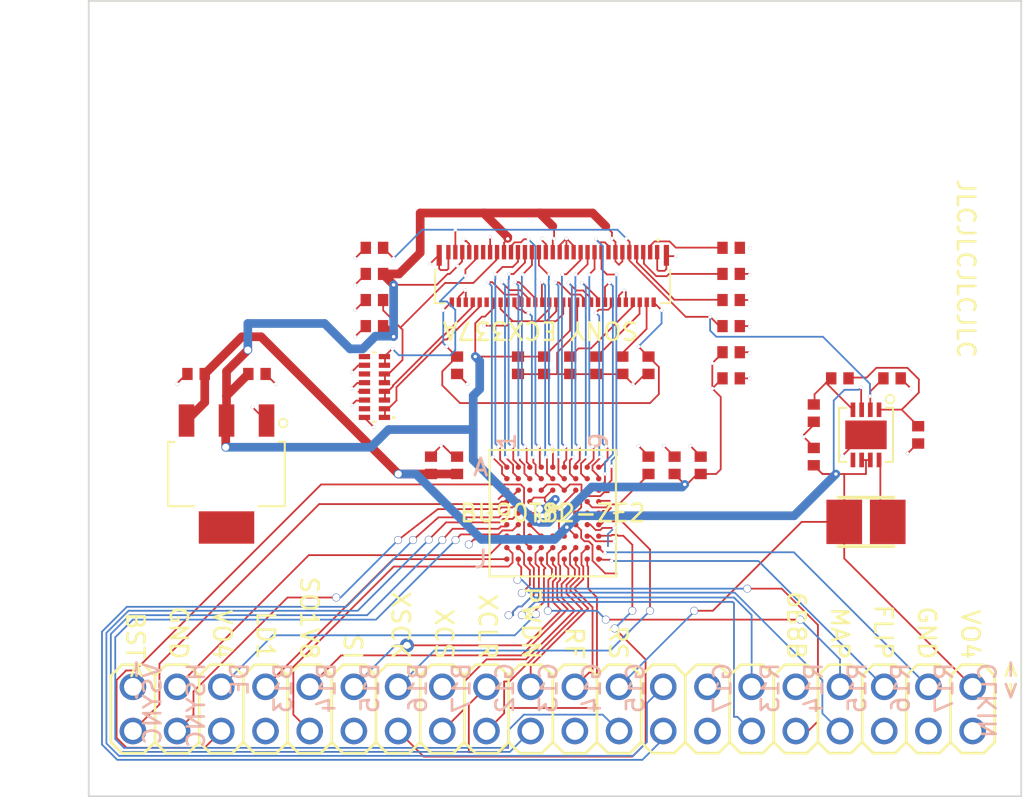
<source format=kicad_pcb>
(kicad_pcb (version 20211014) (generator pcbnew)
  (title_block (title "Sony ECX335BG rasbery pi driver board") (rev "V1.0") (comment 1 "for compatibility with rasbery pi") (comment 2 "Modified version of https://github.com/aedancullen/sony-ecx") (comment 3 "Lisence : GPL-3.0") (comment 4 "gnu.org/licenses/gpl-3.0"))
  (layers (0 "F.Cu" signal) (1 "In1.Cu" signal) (2 "In2.Cu" signal) (31 "B.Cu" signal) (34 "B.Paste" user) (35 "F.Paste" user) (36 "B.SilkS" user "B.Silkscreen") (37 "F.SilkS" user "F.Silkscreen") (38 "B.Mask" user) (39 "F.Mask" user) (44 "Edge.Cuts" user))
  (net 0 "")
  (net 1 "/N$1")
  (net 2 "/PP10V0_BST")
  (net 3 "/PP1V8_LD1")
  (net 4 "/D_XCLR1V8")
  (net 5 "/N$8")
  (net 6 "/N$9")
  (net 7 "/N$10")
  (net 8 "/N$11")
  (net 9 "/N$12")
  (net 10 "/N$13")
  (net 11 "/N$4")
  (net 12 "/TCLK2_N")
  (net 13 "/TCLK2_P")
  (net 14 "/TD2_N")
  (net 15 "/TD2_P")
  (net 16 "/TC2_N")
  (net 17 "/TC2_P")
  (net 18 "/TB2_N")
  (net 19 "/TB2_P")
  (net 20 "/TA2_N")
  (net 21 "/TA2_P")
  (net 22 "/TD1_N")
  (net 23 "/TD1_P")
  (net 24 "/TC1_N")
  (net 25 "/TC1_P")
  (net 26 "/TB1_N")
  (net 27 "/TB1_P")
  (net 28 "/TA1_N")
  (net 29 "/TA1_P")
  (net 30 "/TCLK1_N")
  (net 31 "/TCLK1_P")
  (net 34 "/D_SO1V8")
  (net 35 "/D_SI1V8")
  (net 36 "/D_XSCK1V8")
  (net 37 "/D_XCS1V8")
  (net 40 "/D_CLKIN")
  (net 41 "/D_B11")
  (net 42 "/D_B12")
  (net 43 "/D_G11")
  (net 44 "/D_G17")
  (net 45 "/D_R16")
  (net 46 "/N$2")
  (net 47 "/N$5")
  (net 48 "/D_SI")
  (net 49 "/D_XCS")
  (net 50 "/D_XCLR")
  (net 51 "/D_XSCK")
  (net 52 "/D_FLIP")
  (net 53 "/D_OE")
  (net 54 "/D_MODE")
  (net 55 "/D_MAP")
  (net 56 "/D_DDRN")
  (net 57 "/D_6B8B")
  (net 58 "/D_RS")
  (net 59 "/D_RF")
  (net 62 "/D_TEST")
  (net 63 "/D_G16")
  (net 64 "/D_PWDN")
  (net 65 "GND")
  (net 66 "/D_G12")
  (net 67 "/D_G13")
  (net 68 "/D_R13")
  (net 69 "/D_R14")
  (net 70 "/D_R15")
  (net 71 "/PP3V3_VO4")
  (net 72 "/D_VSYNC")
  (net 73 "/D_R17")
  (net 74 "/D_B14")
  (net 75 "/D_R12")
  (net 76 "/D_B13")
  (net 77 "/D_HSYNC")
  (net 78 "/D_G15")
  (net 79 "/D_G10")
  (net 80 "/D_G14")
  (net 81 "/D_DE")
  (net 82 "/D_B17")
  (net 83 "/D_B16")
  (net 84 "/D_B15")
  (net 85 "/D_R10")
  (net 86 "/D_R11")
  (net 87 "/D_B10")
  (net 88 "unconnected-(U1-PadC1)")
  (footprint "C0402" (layer "F.Cu") (at 143.0909 122.5423 -90)
    (fp_text reference "C1")
    (fp_text value "4.7uF")
  )
  (footprint "2X20" (layer "F.Cu") (at 148.59 142.29334 180)
    (fp_text reference "JP1")
    (fp_text value "PINHD-2X20")
  )
  (footprint "C0402" (layer "F.Cu") (at 168.08958 123.29414)
    (fp_text reference "C24")
    (fp_text value "2.2uF")
  )
  (footprint "C0402" (layer "F.Cu") (at 158.84144 115.79352 180)
    (fp_text reference "C16")
    (fp_text value "1uF")
  )
  (footprint "C0402" (layer "F.Cu") (at 158.84144 117.29212 180)
    (fp_text reference "C14")
    (fp_text value "0.1uF")
  )
  (footprint "C0402" (layer "F.Cu") (at 138.3411 118.79326)
    (fp_text reference "C4")
    (fp_text value "0.1uF")
  )
  (footprint "C0402" (layer "F.Cu") (at 143.0909 128.29286 -90)
    (fp_text reference "C18")
    (fp_text value "0.01uF")
  )
  (footprint "C0402" (layer "F.Cu") (at 154.09164 122.5423 -90)
    (fp_text reference "C17")
    (fp_text value "4.7uF")
  )
  (footprint "YC248JR0710KL" (layer "F.Cu") (at 138.3411 123.79198 90)
    (fp_text reference "RN1")
    (fp_text value "YC248-JR-0710KL")
  )
  (footprint "INDPM3228X240N" (layer "F.Cu") (at 166.59098 131.54406 180)
    (fp_text reference "L1")
    (fp_text value "ME3220-682MLB")
  )
  (footprint "R0402" (layer "F.Cu") (at 154.09164 128.29286 -90)
    (fp_text reference "R3")
    (fp_text value "10K")
  )
  (footprint "C0402" (layer "F.Cu") (at 158.84144 121.793 180)
    (fp_text reference "C9")
    (fp_text value "0.1uF")
  )
  (footprint "C0402" (layer "F.Cu") (at 138.3411 117.29212)
    (fp_text reference "C3")
    (fp_text value "0.1uF")
  )
  (footprint "C0402" (layer "F.Cu") (at 138.3411 120.29186)
    (fp_text reference "C5")
    (fp_text value "0.1uF")
  )
  (footprint "R0402" (layer "F.Cu") (at 163.59124 125.29312 90)
    (fp_text reference "R1")
    (fp_text value "~")
  )
  (footprint "C0402" (layer "F.Cu") (at 131.58978 123.04268)
    (fp_text reference "C26")
    (fp_text value "10uF")
  )
  (footprint "C0402" (layer "F.Cu") (at 152.5905 122.5423 -90)
    (fp_text reference "C15")
    (fp_text value "0.1uF")
  )
  (footprint "C0402" (layer "F.Cu") (at 157.09138 128.29286 -90)
    (fp_text reference "C21")
    (fp_text value "0.1uF")
  )
  (footprint "C0402" (layer "F.Cu") (at 148.08962 122.5423 -90)
    (fp_text reference "C7")
    (fp_text value "0.1uF")
  )
  (footprint "C0402" (layer "F.Cu") (at 155.59024 128.29286 -90)
    (fp_text reference "C20")
    (fp_text value "0.01uF")
  )
  (footprint "C0402" (layer "F.Cu") (at 169.59072 126.5428 -90)
    (fp_text reference "C23")
    (fp_text value "0.47uF")
  )
  (footprint "C0402" (layer "F.Cu") (at 158.84144 120.29186 180)
    (fp_text reference "C10")
    (fp_text value "0.1uF")
  )
  (footprint "C0402" (layer "F.Cu") (at 158.84144 123.29414 180)
    (fp_text reference "C8")
    (fp_text value "0.1uF")
  )
  (footprint "SON50P300X300X80-9T165X238N" (layer "F.Cu") (at 166.59098 126.5428 -90)
    (fp_text reference "U2")
    (fp_text value "LT3473")
  )
  (footprint "C0402" (layer "F.Cu") (at 149.59076 122.5423 -90)
    (fp_text reference "C11")
    (fp_text value "0.1uF")
  )
  (footprint "C0402" (layer "F.Cu") (at 163.59124 127.79248 90)
    (fp_text reference "C22")
    (fp_text value "4.7uF")
  )
  (footprint "SOT230P700X170-4" (layer "F.Cu") (at 129.83972 128.79324 -90)
    (fp_text reference "VR1")
    (fp_text value "NCP1117ST33T3G")
  )
  (footprint "C0402" (layer "F.Cu") (at 141.58976 128.29286 -90)
    (fp_text reference "C19")
    (fp_text value "0.1uF")
  )
  (footprint "C0402" (layer "F.Cu") (at 128.08966 123.04268 180)
    (fp_text reference "C25")
    (fp_text value "10uF")
  )
  (footprint "BU90T82:BU90T82-ZE2" (layer "F.Cu") (at 148.59 131.04368)
    (fp_text reference "U1")
    (fp_text value "BU90T82-ZE2")
  )
  (footprint "R0402" (layer "F.Cu") (at 165.08984 123.29414)
    (fp_text reference "R2")
    (fp_text value "~")
  )
  (footprint "C0402" (layer "F.Cu") (at 158.84144 118.79326 180)
    (fp_text reference "C12")
    (fp_text value "0.1uF")
  )
  (footprint "C0402" (layer "F.Cu") (at 138.3411 115.79352)
    (fp_text reference "C2")
    (fp_text value "0.1uF")
  )
  (footprint "61FVXSRSM1GANTFLFSN" (layer "F.Cu") (at 142.59052 116.04244 180)
    (fp_text reference "J1")
    (fp_text value "61FVXS-RSM1-GAN-TF_LF__SN_")
  )
  (footprint "C0402" (layer "F.Cu") (at 146.59102 122.5423 90)
    (fp_text reference "C6")
    (fp_text value "0.1uF")
  )
  (footprint "C0402" (layer "F.Cu") (at 151.0919 122.5423 -90)
    (fp_text reference "C13")
    (fp_text value "0.1uF")
  )
  (gr_line (start 175.514 147.32) (end 175.514 101.6) (layer "Edge.Cuts") (width 0.1))
  (gr_line (start 175.514 101.6) (end 121.92 101.6) (layer "Edge.Cuts") (width 0.1))
  (gr_line (start 121.92 101.6) (end 121.92 147.32) (layer "Edge.Cuts") (width 0.1))
  (gr_line (start 121.92 147.32) (end 175.514 147.32) (layer "Edge.Cuts") (width 0.1))
  (gr_text "B14" (at 135.58774 139.54252 90) (layer "B.SilkS") (effects (font (size 0.99822 0.99822) (thickness 0.14732)) (justify left mirror)))
  (gr_text "R16" (at 168.58742 139.54252 90) (layer "B.SilkS") (effects (font (size 0.99822 0.99822) (thickness 0.14732)) (justify left mirror)))
  (gr_text "DE" (at 130.58902 139.54252 90) (layer "B.SilkS") (effects (font (size 0.99822 0.99822) (thickness 0.14732)) (justify left mirror)))
  (gr_text "VSYNC" (at 125.58776 139.54252 90) (layer "B.SilkS") (effects (font (size 0.99822 0.99822) (thickness 0.14732)) (justify left mirror)))
  (gr_text "B17" (at 143.33982 139.54252 90) (layer "B.SilkS") (effects (font (size 0.99822 0.99822) (thickness 0.14732)) (justify left mirror)))
  (gr_text "G17" (at 158.33852 139.54252 90) (layer "B.SilkS") (effects (font (size 0.99822 0.99822) (thickness 0.14732)) (justify left mirror)))
  (gr_text "R17" (at 171.08932 139.54252 90) (layer "B.SilkS") (effects (font (size 0.99822 0.99822) (thickness 0.14732)) (justify left mirror)))
  (gr_text "R13" (at 161.08934 139.54252 90) (layer "B.SilkS") (effects (font (size 0.99822 0.99822) (thickness 0.14732)) (justify left mirror)))
  (gr_text "R14" (at 163.5887 139.54252 90) (layer "B.SilkS") (effects (font (size 0.99822 0.99822) (thickness 0.14732)) (justify left mirror)))
  (gr_text "HSYNC" (at 128.08966 139.54252 90) (layer "B.SilkS") (effects (font (size 0.99822 0.99822) (thickness 0.14732)) (justify left mirror)))
  (gr_text "B13" (at 133.08838 139.54252 90) (layer "B.SilkS") (effects (font (size 0.99822 0.99822) (thickness 0.14732)) (justify left mirror)))
  (gr_text "G13" (at 148.33854 139.54252 90) (layer "B.SilkS") (effects (font (size 0.99822 0.99822) (thickness 0.14732)) (justify left mirror)))
  (gr_text "->" (at 174.83836 139.2936 90) (layer "B.SilkS") (effects (font (size 0.99822 0.99822) (thickness 0.14732)) (justify left mirror)))
  (gr_text "R15" (at 166.08806 139.54252 90) (layer "B.SilkS") (effects (font (size 0.99822 0.99822) (thickness 0.14732)) (justify left mirror)))
  (gr_text "B15" (at 138.08964 139.54252 90) (layer "B.SilkS") (effects (font (size 0.99822 0.99822) (thickness 0.14732)) (justify left mirror)))
  (gr_text "G12" (at 145.83918 139.54252 90) (layer "B.SilkS") (effects (font (size 0.99822 0.99822) (thickness 0.14732)) (justify left mirror)))
  (gr_text "B16" (at 140.83792 139.54252 90) (layer "B.SilkS") (effects (font (size 0.99822 0.99822) (thickness 0.14732)) (justify left mirror)))
  (gr_text "G15" (at 153.3398 139.54252 90) (layer "B.SilkS") (effects (font (size 0.99822 0.99822) (thickness 0.14732)) (justify left mirror)))
  (gr_text "->" (at 124.58954 139.2936 90) (layer "B.SilkS") (effects (font (size 0.99822 0.99822) (thickness 0.14732)) (justify left mirror)))
  (gr_text "G14" (at 150.8379 139.54252 90) (layer "B.SilkS") (effects (font (size 0.99822 0.99822) (thickness 0.14732)) (justify left mirror)))
  (gr_text "CLKIN" (at 173.58868 139.54252 90) (layer "B.SilkS") (effects (font (size 0.99822 0.99822) (thickness 0.14732)) (justify left mirror)))
  (gr_text "XSCK" (at 139.8397 139.54252 270) (layer "F.SilkS") (effects (font (size 0.99822 0.99822) (thickness 0.14732)) (justify right)))
  (gr_text "SONY ECX337A" (at 153.59126 120.54078 180) (layer "F.SilkS") (effects (font (size 0.99822 0.99822) (thickness 0.14732)) (justify left)))
  (gr_text "LD1" (at 132.08762 139.54252 270) (layer "F.SilkS") (effects (font (size 0.99822 0.99822) (thickness 0.14732)) (justify right)))
  (gr_text "PWDN" (at 147.33778 139.54252 270) (layer "F.SilkS") (effects (font (size 0.99822 0.99822) (thickness 0.14732)) (justify right)))
  (gr_text "XCLR" (at 144.83842 139.54252 270) (layer "F.SilkS") (effects (font (size 0.99822 0.99822) (thickness 0.14732)) (justify right)))
  (gr_text "FLIP" (at 167.5892 139.54252 270) (layer "F.SilkS") (effects (font (size 0.99822 0.99822) (thickness 0.14732)) (justify right)))
  (gr_text "SI" (at 137.08888 139.54252 270) (layer "F.SilkS") (effects (font (size 0.99822 0.99822) (thickness 0.14732)) (justify right)))
  (gr_text "RF" (at 149.83968 139.54252 270) (layer "F.SilkS") (effects (font (size 0.99822 0.99822) (thickness 0.14732)) (justify right)))
  (gr_text "XCS" (at 142.33906 139.54252 270) (layer "F.SilkS") (effects (font (size 0.99822 0.99822) (thickness 0.14732)) (justify right)))
  (gr_text "GND" (at 170.08856 139.54252 270) (layer "F.SilkS") (effects (font (size 0.99822 0.99822) (thickness 0.14732)) (justify right)))
  (gr_text "MAP" (at 165.08984 139.54252 270) (layer "F.SilkS") (effects (font (size 0.99822 0.99822) (thickness 0.14732)) (justify right)))
  (gr_text "GND" (at 127.0889 139.54252 270) (layer "F.SilkS") (effects (font (size 0.99822 0.99822) (thickness 0.14732)) (justify right)))
  (gr_text "RS" (at 152.33904 139.54252 270) (layer "F.SilkS") (effects (font (size 0.99822 0.99822) (thickness 0.14732)) (justify right)))
  (gr_text "BST" (at 124.58954 139.54252 270) (layer "F.SilkS") (effects (font (size 0.99822 0.99822) (thickness 0.14732)) (justify right)))
  (gr_text "<-" (at 124.58954 139.2936 90) (layer "F.SilkS") (effects (font (size 0.99822 0.99822) (thickness 0.14732)) (justify left mirror)))
  (gr_text "VO4" (at 129.58826 139.54252 270) (layer "F.SilkS") (effects (font (size 0.99822 0.99822) (thickness 0.14732)) (justify right)))
  (gr_text "VO4" (at 172.58792 139.54252 270) (layer "F.SilkS") (effects (font (size 0.99822 0.99822) (thickness 0.14732)) (justify right)))
  (gr_text "<-" (at 174.83836 139.2936 90) (layer "F.SilkS") (effects (font (size 0.99822 0.99822) (thickness 0.14732)) (justify left mirror)))
  (gr_text "SO1V8" (at 134.58952 139.54252 270) (layer "F.SilkS") (effects (font (size 0.99822 0.99822) (thickness 0.14732)) (justify right)))
  (gr_text "6B8B" (at 162.58794 139.54252 270) (layer "F.SilkS") (effects (font (size 0.99822 0.99822) (thickness 0.14732)) (justify right)))
  (gr_text "JLCJLCJLCJLC" (at 172.339 111.76 270) (layer "F.SilkS") (effects (font (size 0.99822 0.99822) (thickness 0.14732)) (justify left)))
  (segment (start 143.256 124.714) (end 154.178 124.714) (width 0.1016) (layer "F.Cu") (net 1))
  (segment (start 154.178 124.714) (end 154.686 124.206) (width 0.1016) (layer "F.Cu") (net 1))
  (segment (start 153.51252 121.46788) (end 154.08402 122.03938) (width 0.1016) (layer "F.Cu") (net 1))
  (segment (start 143.0909 122.04446) (end 142.24 122.89536) (width 0.1016) (layer "F.Cu") (net 1))
  (segment (start 154.686 122.63882) (end 154.09164 122.04446) (width 0.1016) (layer "F.Cu") (net 1))
  (segment (start 154.686 124.206) (end 154.686 122.63882) (width 0.1016) (layer "F.Cu") (net 1))
  (segment (start 154.84348 119.37746) (end 154.39898 118.93296) (width 0.1016) (layer "F.Cu") (net 1))
  (segment (start 143.05534 122.03938) (end 143.0909 122.04192) (width 0.1016) (layer "F.Cu") (net 1))
  (segment (start 143.05534 122.03938) (end 142.48638 121.46788) (width 0.1016) (layer "F.Cu") (net 1))
  (segment (start 154.39898 118.93296) (end 154.39136 118.9228) (width 0.1016) (layer "F.Cu") (net 1))
  (segment (start 154.08402 122.03938) (end 154.09164 122.04192) (width 0.1016) (layer "F.Cu") (net 1))
  (segment (start 142.24 123.698) (end 143.256 124.714) (width 0.1016) (layer "F.Cu") (net 1))
  (segment (start 142.24 122.89536) (end 142.24 123.698) (width 0.1016) (layer "F.Cu") (net 1))
  (segment (start 142.74038 118.93296) (end 142.79118 118.9228) (width 0.1016) (layer "F.Cu") (net 1))
  (segment (start 142.29588 119.37746) (end 142.74038 118.93296) (width 0.1016) (layer "F.Cu") (net 1))
  (via (at 153.51252 121.46788) (size 0.19812) (drill 0.4) (layers "F.Cu" "B.Cu") (net 1))
  (via (at 142.29588 119.37746) (size 0.19812) (drill 0.4) (layers "F.Cu" "B.Cu") (net 1))
  (via (at 154.84348 119.37746) (size 0.19812) (drill 0.4) (layers "F.Cu" "B.Cu") (net 1))
  (via (at 142.48638 121.46788) (size 0.19812) (drill 0.4) (layers "F.Cu" "B.Cu") (net 1))
  (segment (start 154.84348 120.13692) (end 154.84348 119.37746) (width 0.1016) (layer "B.Cu") (net 1))
  (segment (start 153.51252 121.46788) (end 154.84348 120.13692) (width 0.1016) (layer "B.Cu") (net 1))
  (segment (start 142.29588 119.37746) (end 142.29588 121.27738) (width 0.1016) (layer "B.Cu") (net 1))
  (segment (start 142.29588 121.27738) (end 142.48638 121.46788) (width 0.1016) (layer "B.Cu") (net 1))
  (segment (start 139.44346 116.39804) (end 138.8745 115.82908) (width 0.1016) (layer "F.Cu") (net 2))
  (segment (start 166.8399 124.3203) (end 166.8399 124.04344) (width 0.1016) (layer "F.Cu") (net 2))
  (segment (start 157.6324 119.75846) (end 158.13786 120.26392) (width 0.1016) (layer "F.Cu") (net 2))
  (segment (start 142.99184 114.75212) (end 142.99184 116.04244) (width 0.1016) (layer "F.Cu") (net 2))
  (segment (start 153.00452 116.01958) (end 152.99182 116.04244) (width 0.1016) (layer "F.Cu") (net 2))
  (segment (start 166.8399 124.04344) (end 167.59174 123.29414) (width 0.1016) (layer "F.Cu") (net 2))
  (segment (start 158.13532 120.29186) (end 158.34106 120.29186) (width 0.1016) (layer "F.Cu") (net 2))
  (segment (start 166.81958 124.3203) (end 166.8399 124.3203) (width 0.1016) (layer "F.Cu") (net 2))
  (segment (start 166.8399 125.09754) (end 166.8399 124.3203) (width 0.1016) (layer "F.Cu") (net 2))
  (segment (start 152.81656 115.25758) (end 153.00452 115.44808) (width 0.1016) (layer "F.Cu") (net 2))
  (segment (start 158.13786 120.26392) (end 158.34106 120.29186) (width 0.1016) (layer "F.Cu") (net 2))
  (segment (start 152.98928 116.51559) (end 152.98928 116.04244) (width 0.1016) (layer "F.Cu") (net 2))
  (segment (start 153.00452 115.44808) (end 153.00452 116.01958) (width 0.1016) (layer "F.Cu") (net 2))
  (segment (start 157.6324 119.75846) (end 156.23215 119.75846) (width 0.1016) (layer "F.Cu") (net 2))
  (segment (start 156.23215 119.75846) (end 152.98928 116.51559) (width 0.1016) (layer "F.Cu") (net 2))
  (segment (start 138.8745 115.82908) (end 138.84148 115.79352) (width 0.1016) (layer "F.Cu") (net 2))
  (via (at 142.99184 114.75212) (size 0.19812) (drill 0.4) (layers "F.Cu" "B.Cu") (net 2))
  (via (at 152.81656 115.25758) (size 0.19812) (drill 0.4) (layers "F.Cu" "B.Cu") (net 2))
  (via (at 166.81958 124.3203) (size 0.19812) (drill 0.4) (layers "F.Cu" "B.Cu") (net 2))
  (via (at 157.6324 119.75846) (size 0.19812) (drill 0.4) (layers "F.Cu" "B.Cu") (net 2))
  (via (at 139.44346 116.39804) (size 0.19812) (drill 0.4) (layers "F.Cu" "B.Cu") (net 2))
  (segment (start 152.3111 114.75212) (end 152.81656 115.25758) (width 0.1016) (layer "B.Cu") (net 2))
  (segment (start 157.6324 120.5484) (end 157.988 120.904) (width 0.1016) (layer "B.Cu") (net 2))
  (segment (start 139.44346 116.39804) (end 141.08938 114.75212) (width 0.1016) (layer "B.Cu") (net 2))
  (segment (start 157.6324 119.75846) (end 157.6324 120.5484) (width 0.1016) (layer "B.Cu") (net 2))
  (segment (start 142.99184 114.75212) (end 152.3111 114.75212) (width 0.1016) (layer "B.Cu") (net 2))
  (segment (start 164.114059 120.904) (end 166.81958 123.609521) (width 0.1016) (layer "B.Cu") (net 2))
  (segment (start 141.08938 114.75212) (end 142.99184 114.75212) (width 0.1016) (layer "B.Cu") (net 2))
  (segment (start 166.81958 123.609521) (end 166.81958 124.3203) (width 0.1016) (layer "B.Cu") (net 2))
  (segment (start 157.988 120.904) (end 164.114059 120.904) (width 0.1016) (layer "B.Cu") (net 2))
  (segment (start 144.68602 119.75084) (end 144.5133 119.75084) (width 0.1016) (layer "F.Cu") (net 3))
  (segment (start 158.32836 123.30684) (end 158.34106 123.29414) (width 0.1016) (layer "F.Cu") (net 3))
  (segment (start 146.00174 115.28298) (end 146.00174 115.27536) (width 0.1016) (layer "F.Cu") (net 3))
  (segment (start 152.19172 116.56822) (end 152.38984 116.76888) (width 0.1016) (layer "F.Cu") (net 3))
  (segment (start 149.58314 120.55094) (end 149.58314 118.93296) (width 0.1016) (layer "F.Cu") (net 3))
  (segment (start 155.60294 128.81864) (end 155.59024 128.79324) (width 0.1016) (layer "F.Cu") (net 3))
  (segment (start 139.75588 117.29212) (end 140.97 116.078) (width 0.5) (layer "F.Cu") (net 3))
  (segment (start 148.165399 131.52628) (end 148.735839 130.955839) (width 0.1016) (layer "F.Cu") (net 3))
  (segment (start 143.37284 116.08308) (end 143.39062 116.04244) (width 0.1016) (layer "F.Cu") (net 3))
  (segment (start 157.9753 128.7907) (end 157.09138 128.7907) (width 0.1016) (layer "F.Cu") (net 3))
  (segment (start 140.97 113.792) (end 144.61171 113.792) (width 0.5) (layer "F.Cu") (net 3))
  (segment (start 148.552321 129.72288) (end 148.59 129.72288) (width 0.1016) (layer "F.Cu") (net 3))
  (segment (start 146.59102 122.04446) (end 148.08962 122.04446) (width 0.1016) (layer "F.Cu") (net 3))
  (segment (start 148.59 116.04244) (end 148.59 115.34394) (width 0.1016) (layer "F.Cu") (net 3))
  (segment (start 147.5994 132.69468) (end 148.2598 132.69468) (width 0.1016) (layer "F.Cu") (net 3))
  (segment (start 148.130261 130.350261) (end 148.735839 130.955839) (width 0.1016) (layer "F.Cu") (net 3))
  (segment (start 152.5905 116.56822) (end 152.5905 116.04244) (width 0.1016) (layer "F.Cu") (net 3))
  (segment (start 147.2692 132.36448) (end 147.5994 132.69468) (width 0.1016) (layer "F.Cu") (net 3))
  (segment (start 147.78228 131.52628) (end 148.165399 131.52628) (width 0.1016) (layer "F.Cu") (net 3))
  (segment (start 152.38984 116.76888) (end 152.5905 116.56822) (width 0.1016) (layer "F.Cu") (net 3))
  (segment (start 157.7594 123.8758) (end 158.32836 123.30684) (width 0.1016) (layer "F.Cu") (net 3))
  (segment (start 129.794 125.76556) (end 129.83972 125.71984) (width 0.5) (layer "F.Cu") (net 3))
  (segment (start 138.8745 120.32742) (end 138.84148 120.29186) (width 0.1016) (layer "F.Cu") (net 3))
  (segment (start 157.7594 122.42038) (end 157.7594 123.8758) (width 0.1016) (layer "F.Cu") (net 3))
  (segment (start 148.130261 130.14494) (end 148.552321 129.72288) (width 0.1016) (layer "F.Cu") (net 3))
  (segment (start 152.19426 116.02974) (end 152.19172 116.04244) (width 0.1016) (layer "F.Cu") (net 3))
  (segment (start 148.59 115.34394) (end 148.6662 115.26774) (width 0.1016) (layer "F.Cu") (net 3))
  (segment (start 142.665818 117.295562) (end 143.11884 116.84254) (width 0.1016) (layer "F.Cu") (net 3))
  (segment (start 145.19402 118.92534) (end 145.19402 119.24284) (width 0.1016) (layer "F.Cu") (net 3))
  (segment (start 148.735839 130.955839) (end 148.947299 130.74438) (width 0.1016) (layer "F.Cu") (net 3))
  (segment (start 138.83894 117.29212) (end 138.83894 117.31498) (width 0.5) (layer "F.Cu") (net 3))
  (segment (start 144.61171 113.792) (end 146.00174 115.18203) (width 0.5) (layer "F.Cu") (net 3))
  (segment (start 129.87528 125.71476) (end 129.83972 125.7173) (width 0.1016) (layer "F.Cu") (net 3))
  (segment (start 138.83894 117.29212) (end 139.75588 117.29212) (width 0.5) (layer "F.Cu") (net 3))
  (segment (start 143.11884 116.84254) (end 143.37284 116.58854) (width 0.1016) (layer "F.Cu") (net 3))
  (segment (start 149.9108 129.72288) (end 149.9108 129.780879) (width 0.1016) (layer "F.Cu") (net 3))
  (segment (start 144.61171 113.792) (end 147.828 113.792) (width 0.5) (layer "F.Cu") (net 3))
  (segment (start 147.50754 130.14494) (end 148.130261 130.14494) (width 0.1016) (layer "F.Cu") (net 3))
  (segment (start 145.19148 118.9228) (end 145.19402 118.92534) (width 0.1016) (layer "F.Cu") (net 3))
  (segment (start 157.0609 128.81864) (end 156.8704 128.81864) (width 0.1016) (layer "F.Cu") (net 3))
  (segment (start 152.19426 115.46078) (end 152.19426 116.02974) (width 0.1016) (layer "F.Cu") (net 3))
  (segment (start 157.09138 128.79324) (end 157.0609 128.81864) (width 0.1016) (layer "F.Cu") (net 3))
  (segment (start 139.41402 120.87202) (end 139.44346 120.87202) (width 0.5) (layer "F.Cu") (net 3))
  (segment (start 151.99106 115.25758) (end 151.99106 114.90706) (width 0.1016) (layer "F.Cu") (net 3))
  (segment (start 147.99818 122.03938) (end 148.08962 122.04192) (width 0.1016) (layer "F.Cu") (net 3))
  (segment (start 139.44346 117.9195) (end 141.9225 117.9195) (width 0.1016) (layer "F.Cu") (net 3))
  (segment (start 140.97 116.078) (end 140.97 113.792) (width 0.5) (layer "F.Cu") (net 3))
  (segment (start 147.828 113.792) (end 150.876 113.792) (width 0.5) (layer "F.Cu") (net 3))
  (segment (start 146.47926 122.03938) (end 146.59102 122.04192) (width 0.1016) (layer "F.Cu") (net 3))
  (segment (start 129.83972 122.89028) (end 131.064 121.666) (width 0.5) (layer "F.Cu") (net 3))
  (segment (start 148.08962 122.04192) (end 149.58314 120.55094) (width 0.1016) (layer "F.Cu") (net 3))
  (segment (start 138.83894 120.29694) (end 139.41402 120.87202) (width 0.5) (layer "F.Cu") (net 3))
  (segment (start 147.828 113.792) (end 148.59 114.554) (width 0.5) (layer "F.Cu") (net 3))
  (segment (start 151.99106 115.25758) (end 152.19426 115.46078) (width 0.1016) (layer "F.Cu") (net 3))
  (segment (start 138.83894 120.29186) (end 138.83894 120.29694) (width 0.5) (layer "F.Cu") (net 3))
  (segment (start 144.13992 122.04446) (end 146.59102 122.04446) (width 0.1016) (layer "F.Cu") (net 3))
  (segment (start 148.6662 114.6302) (end 148.59 114.554) (width 0.1016) (layer "F.Cu") (net 3))
  (segment (start 148.6662 115.26774) (end 148.6662 114.6302) (width 0.1016) (layer "F.Cu") (net 3))
  (segment (start 148.2598 132.69468) (end 148.59 132.36448) (width 0.1016) (layer "F.Cu") (net 3))
  (segment (start 144.13484 122.03938) (end 144.13484 120.1293) (width 0.1016) (layer "F.Cu") (net 3))
  (segment (start 157.7594 122.42038) (end 158.32836 121.84888) (width 0.1016) (layer "F.Cu") (net 3))
  (segment (start 144.13484 122.03938) (end 144.13992 122.04446) (width 0.1016) (layer "F.Cu") (net 3))
  (segment (start 129.794 127.254) (end 129.794 125.76556) (width 0.5) (layer "F.Cu") (net 3))
  (segment (start 138.8745 117.35054) (end 138.84148 117.29212) (width 0.1016) (layer "F.Cu") (net 3))
  (segment (start 148.130261 130.14494) (end 148.130261 130.350261) (width 0.1016) (layer "F.Cu") (net 3))
  (segment (start 156.8704 128.81864) (end 156.30144 129.39014) (width 0.1016) (layer "F.Cu") (net 3))
  (segment (start 145.79092 116.04244) (end 145.79092 115.49634) (width 0.1016) (layer "F.Cu") (net 3))
  (segment (start 138.83894 117.31498) (end 139.44346 117.9195) (width 0.5) (layer "F.Cu") (net 3))
  (segment (start 156.30144 129.39014) (end 156.17444 129.39014) (width 0.1016) (layer "F.Cu") (net 3))
  (segment (start 145.79092 115.49634) (end 146.00174 115.28298) (width 0.1016) (layer "F.Cu") (net 3))
  (segment (start 158.242 128.524) (end 157.9753 128.7907) (width 0.1016) (layer "F.Cu") (net 3))
  (segment (start 146.60626 122.03938) (end 146.59102 122.04192) (width 0.1016) (layer "F.Cu") (net 3))
  (segment (start 129.83972 124.2949) (end 129.83972 122.89028) (width 0.5) (layer "F.Cu") (net 3))
  (segment (start 146.00174 115.18203) (end 146.00174 115.25142) (width 0.5) (layer "F.Cu") (net 3))
  (segment (start 158.242 124.3584) (end 158.242 128.524) (width 0.1016) (layer "F.Cu") (net 3))
  (segment (start 150.876 113.792) (end 151.638 114.554) (width 0.5) (layer "F.Cu") (net 3))
  (segment (start 144.5133 119.75084) (end 144.13484 120.1293) (width 0.1016) (layer "F.Cu") (net 3))
  (segment (start 131.07924 122.98934) (end 131.09194 123.04268) (width 0.1016) (layer "F.Cu") (net 3))
  (segment (start 149.58314 118.93296) (end 149.59076 118.9228) (width 0.1016) (layer "F.Cu") (net 3))
  (segment (start 151.99106 114.90706) (end 151.638 114.554) (width 0.1016) (layer "F.Cu") (net 3))
  (segment (start 157.7594 123.8758) (end 158.242 124.3584) (width 0.1016) (layer "F.Cu") (net 3))
  (segment (start 142.546438 117.295562) (end 142.665818 117.295562) (width 0.1016) (layer "F.Cu") (net 3))
  (segment (start 147.2692 130.38328) (end 147.50754 130.14494) (width 0.1016) (layer "F.Cu") (net 3))
  (segment (start 158.32836 121.84888) (end 158.34106 121.793) (width 0.1016) (layer "F.Cu") (net 3))
  (segment (start 141.9225 117.9195) (end 142.546438 117.295562) (width 0.1016) (layer "F.Cu") (net 3))
  (segment (start 149.9108 129.780879) (end 148.947299 130.74438) (width 0.1016) (layer "F.Cu") (net 3))
  (segment (start 143.37284 116.58854) (end 143.37284 116.08308) (width 0.1016) (layer "F.Cu") (net 3))
  (segment (start 129.83972 124.2949) (end 131.09194 123.04268) (width 0.5) (layer "F.Cu") (net 3))
  (segment (start 145.19402 119.24284) (end 144.68602 119.75084) (width 0.1016) (layer "F.Cu") (net 3))
  (segment (start 156.17444 129.39014) (end 155.60294 128.81864) (width 0.1016) (layer "F.Cu") (net 3))
  (segment (start 129.83972 125.71984) (end 129.83972 124.2949) (width 0.5) (layer "F.Cu") (net 3))
  (segment (start 152.19172 116.04244) (end 152.19172 116.56822) (width 0.1016) (layer "F.Cu") (net 3))
  (via (at 147.78228 131.52628) (size 0.19812) (drill 0.4) (layers "F.Cu" "B.Cu") (net 3))
  (via (at 157.7594 122.42038) (size 0.19812) (drill 0.4) (layers "F.Cu" "B.Cu") (net 3))
  (via (at 139.44346 120.89892) (size 0.19812) (drill 0.4) (layers "F.Cu" "B.Cu") (net 3))
  (via (at 148.6662 115.26774) (size 0.19812) (drill 0.4) (layers "F.Cu" "B.Cu") (net 3))
  (via (at 151.99106 115.25758) (size 0.19812) (drill 0.4) (layers "F.Cu" "B.Cu") (net 3))
  (via (at 139.44346 117.9195) (size 0.19812) (drill 0.4) (layers "F.Cu" "B.Cu") (net 3))
  (via (at 156.17444 129.39014) (size 0.19812) (drill 0.4) (layers "F.Cu" "B.Cu") (net 3))
  (via (at 131.064 121.666) (size 0.45) (drill 0.4) (layers "F.Cu" "B.Cu") (net 3))
  (via (at 144.13484 122.03938) (size 0.19812) (drill 0.4) (layers "F.Cu" "B.Cu") (net 3))
  (via (at 157.7594 123.8758) (size 0.19812) (drill 0.4) (layers "F.Cu" "B.Cu") (net 3))
  (via (at 143.11884 116.84254) (size 0.19812) (drill 0.4) (layers "F.Cu" "B.Cu") (net 3))
  (via (at 129.794 127.254) (size 0.45) (drill 0.4) (layers "F.Cu" "B.Cu") (net 3))
  (via (at 146.00174 115.27536) (size 0.19812) (drill 0.4) (layers "F.Cu" "B.Cu") (net 3))
  (segment (start 148.336 131.572) (end 147.828 131.572) (width 0.5) (layer "B.Cu") (net 3))
  (segment (start 156.02458 129.54) (end 156.17444 129.39014) (width 0.5) (layer "B.Cu") (net 3))
  (segment (start 139.44346 120.89892) (end 139.44346 117.9195) (width 0.5) (layer "B.Cu") (net 3))
  (segment (start 144.272 122.17654) (end 144.13484 122.03938) (width 0.1016) (layer "B.Cu") (net 3))
  (segment (start 135.47917 120.142) (end 136.93609 121.59892) (width 0.5) (layer "B.Cu") (net 3))
  (segment (start 150.824948 129.54) (end 156.02458 129.54) (width 0.5) (layer "B.Cu") (net 3))
  (segment (start 131.064 121.666) (end 131.064 120.142) (width 0.5) (layer "B.Cu") (net 3))
  (segment (start 138.3949 120.87202) (end 139.44346 120.87202) (width 0.5) (layer "B.Cu") (net 3))
  (segment (start 144.39034 122.29488) (end 144.39034 123.91429) (width 0.5) (layer "B.Cu") (net 3))
  (segment (start 149.213548 131.1514) (end 150.824948 129.54) (width 0.5) (layer "B.Cu") (net 3))
  (segment (start 144.39034 123.91429) (end 144.018 124.28663) (width 0.5) (layer "B.Cu") (net 3))
  (segment (start 144.018 126.238) (end 144.018 127.98995) (width 0.5) (layer "B.Cu") (net 3))
  (segment (start 137.668 121.59892) (end 138.3949 120.87202) (width 0.5) (layer "B.Cu") (net 3))
  (segment (start 147.828 131.572) (end 147.78228 131.52628) (width 0.5) (layer "B.Cu") (net 3))
  (segment (start 139.15071 126.238) (end 138.13471 127.254) (width 0.5) (layer "B.Cu") (net 3))
  (segment (start 144.018 126.238) (end 139.15071 126.238) (width 0.5) (layer "B.Cu") (net 3))
  (segment (start 149.213548 131.1514) (end 148.7566 131.1514) (width 0.5) (layer "B.Cu") (net 3))
  (segment (start 131.064 120.142) (end 135.47917 120.142) (width 0.5) (layer "B.Cu") (net 3))
  (segment (start 147.55433 131.52628) (end 147.78228 131.52628) (width 0.5) (layer "B.Cu") (net 3))
  (segment (start 144.018 124.28663) (end 144.018 126.238) (width 0.5) (layer "B.Cu") (net 3))
  (segment (start 138.13471 127.254) (end 129.794 127.254) (width 0.5) (layer "B.Cu") (net 3))
  (segment (start 144.13484 122.03938) (end 144.39034 122.29488) (width 0.5) (layer "B.Cu") (net 3))
  (segment (start 148.7566 131.1514) (end 148.336 131.572) (width 0.5) (layer "B.Cu") (net 3))
  (segment (start 144.018 127.98995) (end 147.55433 131.52628) (width 0.5) (layer "B.Cu") (net 3))
  (segment (start 136.93609 121.59892) (end 137.668 121.59892) (width 0.5) (layer "B.Cu") (net 3))
  (segment (start 145.34642 116.49202) (end 145.34642 116.08562) (width 0.1016) (layer "F.Cu") (net 4))
  (segment (start 138.84402 118.82882) (end 138.84148 118.79326) (width 0.1016) (layer "F.Cu") (net 4))
  (segment (start 139.83462 120.37822) (end 142.40002 117.81282) (width 0.1016) (layer "F.Cu") (net 4))
  (segment (start 138.99642 123.04522) (end 139.14882 123.04522) (width 0.1016) (layer "F.Cu") (net 4))
  (segment (start 138.94562 123.04522) (end 138.91514 123.04268) (width 0.1016) (layer "F.Cu") (net 4))
  (segment (start 139.954 120.4976) (end 139.83462 120.37822) (width 0.1016) (layer "F.Cu") (net 4))
  (segment (start 139.14882 123.04522) (end 139.954 122.24004) (width 0.1016) (layer "F.Cu") (net 4))
  (segment (start 144.02562 117.81282) (end 145.34642 116.49202) (width 0.1016) (layer "F.Cu") (net 4))
  (segment (start 138.94562 123.50242) (end 138.91514 123.54306) (width 0.1016) (layer "F.Cu") (net 4))
  (segment (start 142.40002 117.81282) (end 144.02562 117.81282) (width 0.1016) (layer "F.Cu") (net 4))
  (segment (start 138.94562 123.04522) (end 138.94562 123.50242) (width 0.1016) (layer "F.Cu") (net 4))
  (segment (start 145.34642 116.08562) (end 145.3896 116.04244) (width 0.1016) (layer "F.Cu") (net 4))
  (segment (start 138.91514 123.04268) (end 138.99642 123.04522) (width 0.1016) (layer "F.Cu") (net 4))
  (segment (start 139.83462 120.37822) (end 138.84402 119.38762) (width 0.1016) (layer "F.Cu") (net 4))
  (segment (start 138.84402 119.38762) (end 138.84402 118.82882) (width 0.1016) (layer "F.Cu") (net 4))
  (segment (start 139.954 122.24004) (end 139.954 120.4976) (width 0.1016) (layer "F.Cu") (net 4))
  (segment (start 149.61362 122.02922) (end 150.07082 121.57202) (width 0.1016) (layer "F.Cu") (net 5))
  (segment (start 153.16962 119.18442) (end 153.16962 118.93042) (width 0.1016) (layer "F.Cu") (net 5))
  (segment (start 150.78202 121.57202) (end 153.16962 119.18442) (width 0.1016) (layer "F.Cu") (net 5))
  (segment (start 150.07082 121.57202) (end 150.78202 121.57202) (width 0.1016) (layer "F.Cu") (net 5))
  (segment (start 153.16962 118.93042) (end 153.18994 118.9228) (width 0.1016) (layer "F.Cu") (net 5))
  (segment (start 149.61362 122.02922) (end 149.59076 122.04192) (width 0.1016) (layer "F.Cu") (net 5))
  (segment (start 158.30042 118.77802) (end 158.34106 118.79326) (width 0.1016) (layer "F.Cu") (net 6))
  (segment (start 153.3906 116.04244) (end 153.42362 116.08562) (width 0.1016) (layer "F.Cu") (net 6))
  (segment (start 153.42362 116.08562) (end 153.42362 116.62664) (width 0.1016) (layer "F.Cu") (net 6))
  (segment (start 155.575 118.77802) (end 158.30042 118.77802) (width 0.1016) (layer "F.Cu") (net 6))
  (segment (start 153.42362 116.62664) (end 155.575 118.77802) (width 0.1016) (layer "F.Cu") (net 6))
  (segment (start 153.57602 118.93042) (end 153.59126 118.9228) (width 0.1016) (layer "F.Cu") (net 7))
  (segment (start 151.13762 122.02922) (end 151.0919 122.04192) (width 0.1016) (layer "F.Cu") (net 7))
  (segment (start 153.57602 119.59082) (end 153.57602 118.93042) (width 0.1016) (layer "F.Cu") (net 7))
  (segment (start 151.13762 122.02922) (end 153.57602 119.59082) (width 0.1016) (layer "F.Cu") (net 7))
  (segment (start 155.2702 117.29212) (end 158.34106 117.29212) (width 0.1016) (layer "F.Cu") (net 8))
  (segment (start 153.83002 116.08562) (end 153.83002 116.71046) (width 0.1016) (layer "F.Cu") (net 8))
  (segment (start 153.83002 116.71046) (end 154.53868 117.42166) (width 0.1016) (layer "F.Cu") (net 8))
  (segment (start 153.79192 116.04244) (end 153.83002 116.08562) (width 0.1016) (layer "F.Cu") (net 8))
  (segment (start 154.53868 117.42166) (end 155.14066 117.42166) (width 0.1016) (layer "F.Cu") (net 8))
  (segment (start 155.14066 117.42166) (end 155.2702 117.29212) (width 0.1016) (layer "F.Cu") (net 8))
  (segment (start 152.61082 121.82602) (end 153.98242 120.45442) (width 0.1016) (layer "F.Cu") (net 9))
  (segment (start 152.61082 122.02922) (end 152.61082 121.82602) (width 0.1016) (layer "F.Cu") (net 9))
  (segment (start 153.98242 120.45442) (end 153.98242 118.93042) (width 0.1016) (layer "F.Cu") (net 9))
  (segment (start 152.61082 122.02922) (end 152.5905 122.04192) (width 0.1016) (layer "F.Cu") (net 9))
  (segment (start 153.98242 118.93042) (end 153.99004 118.9228) (width 0.1016) (layer "F.Cu") (net 9))
  (segment (start 154.23642 116.03482) (end 154.1907 116.04244) (width 0.1016) (layer "F.Cu") (net 10))
  (segment (start 155.30322 115.42522) (end 155.65882 115.78082) (width 0.1016) (layer "F.Cu") (net 10))
  (segment (start 154.23642 115.62842) (end 154.43962 115.42522) (width 0.1016) (layer "F.Cu") (net 10))
  (segment (start 154.43962 115.42522) (end 155.30322 115.42522) (width 0.1016) (layer "F.Cu") (net 10))
  (segment (start 155.65882 115.78082) (end 158.30042 115.78082) (width 0.1016) (layer "F.Cu") (net 10))
  (segment (start 158.30042 115.78082) (end 158.34106 115.79352) (width 0.1016) (layer "F.Cu") (net 10))
  (segment (start 154.23642 116.03482) (end 154.23642 115.62842) (width 0.1016) (layer "F.Cu") (net 10))
  (segment (start 165.61562 123.24842) (end 165.59022 123.29414) (width 0.1016) (layer "F.Cu") (net 11))
  (segment (start 168.96842 122.68962) (end 167.19042 122.68962) (width 0.1016) (layer "F.Cu") (net 11))
  (segment (start 169.62882 123.35002) (end 168.96842 122.68962) (width 0.1016) (layer "F.Cu") (net 11))
  (segment (start 166.63162 123.24842) (end 165.61562 123.24842) (width 0.1016) (layer "F.Cu") (net 11))
  (segment (start 169.62882 124.11202) (end 169.62882 123.35002) (width 0.1016) (layer "F.Cu") (net 11))
  (segment (start 167.34028 125.09754) (end 167.34536 125.09246) (width 0.1016) (layer "F.Cu") (net 11))
  (segment (start 168.64076 125.09246) (end 169.59072 126.04242) (width 0.1016) (layer "F.Cu") (net 11))
  (segment (start 167.19042 122.68962) (end 166.63162 123.24842) (width 0.1016) (layer "F.Cu") (net 11))
  (segment (start 168.81602 124.92482) (end 168.64076 125.09246) (width 0.1016) (layer "F.Cu") (net 11))
  (segment (start 167.46474 125.09246) (end 168.64076 125.09246) (width 0.1016) (layer "F.Cu") (net 11))
  (segment (start 167.34536 125.09246) (end 167.46474 125.09246) (width 0.1016) (layer "F.Cu") (net 11))
  (segment (start 168.81602 124.92482) (end 169.62882 124.11202) (width 0.1016) (layer "F.Cu") (net 11))
  (segment (start 150.87346 128.31064) (end 151.34082 127.84328) (width 0.1016) (layer "F.Cu") (net 12))
  (segment (start 151.9936 119.13616) (end 151.7777 119.34952) (width 0.1016) (layer "F.Cu") (net 12))
  (segment (start 150.87346 128.5748) (end 150.87346 128.31064) (width 0.1016) (layer "F.Cu") (net 12))
  (segment (start 151.99106 118.9228) (end 151.9936 118.92534) (width 0.1016) (layer "F.Cu") (net 12))
  (segment (start 151.19096 128.8923) (end 151.19096 129.09296) (width 0.1016) (layer "F.Cu") (net 12))
  (segment (start 151.9936 118.92534) (end 151.9936 119.13616) (width 0.1016) (layer "F.Cu") (net 12))
  (segment (start 151.7777 119.34952) (end 151.23922 119.34952) (width 0.1016) (layer "F.Cu") (net 12))
  (segment (start 151.34082 127.84328) (end 151.34082 127.81788) (width 0.1016) (layer "F.Cu") (net 12))
  (segment (start 150.87346 128.5748) (end 151.19096 128.8923) (width 0.1016) (layer "F.Cu") (net 12))
  (segment (start 151.23922 119.34952) (end 151.0665 119.52478) (width 0.1016) (layer "F.Cu") (net 12))
  (via (at 151.0665 119.52478) (size 0.19812) (drill 0.4) (layers "F.Cu" "B.Cu") (net 12))
  (via (at 151.34082 127.81788) (size 0.19812) (drill 0.4) (layers "F.Cu" "B.Cu") (net 12))
  (segment (start 151.26208 119.72036) (end 151.0665 119.52478) (width 0.1016) (layer "B.Cu") (net 12))
  (segment (start 151.34082 127.81788) (end 151.26208 127.73914) (width 0.1016) (layer "B.Cu") (net 12))
  (segment (start 151.26208 127.73914) (end 151.26208 119.72036) (width 0.1016) (layer "B.Cu") (net 12))
  (segment (start 151.29002 128.44272) (end 151.19096 128.44272) (width 0.1016) (layer "F.Cu") (net 13))
  (segment (start 151.7396 127.99314) (end 151.29002 128.44272) (width 0.1016) (layer "F.Cu") (net 13))
  (segment (start 151.7904 115.68684) (end 151.7904 116.04244) (width 0.1016) (layer "F.Cu") (net 13))
  (segment (start 151.7904 115.68684) (end 151.57958 115.47602) (width 0.1016) (layer "F.Cu") (net 13))
  (segment (start 151.57958 115.47602) (end 151.24938 115.47602) (width 0.1016) (layer "F.Cu") (net 13))
  (segment (start 151.24938 115.47602) (end 151.0665 115.29314) (width 0.1016) (layer "F.Cu") (net 13))
  (segment (start 151.7396 127.3175) (end 151.7396 127.99314) (width 0.1016) (layer "F.Cu") (net 13))
  (segment (start 151.7396 127.3175) (end 151.64054 127.21844) (width 0.1016) (layer "F.Cu") (net 13))
  (via (at 151.0665 115.29314) (size 0.19812) (drill 0.4) (layers "F.Cu" "B.Cu") (net 13))
  (via (at 151.64054 127.21844) (size 0.19812) (drill 0.4) (layers "F.Cu" "B.Cu") (net 13))
  (segment (start 151.46528 117.63502) (end 151.46274 117.63756) (width 0.1016) (layer "B.Cu") (net 13))
  (segment (start 151.46274 117.63756) (end 151.46274 117.99824) (width 0.1016) (layer "B.Cu") (net 13))
  (segment (start 151.0665 115.29314) (end 151.46528 115.69192) (width 0.1016) (layer "B.Cu") (net 13))
  (segment (start 151.46528 118.00078) (end 151.46528 127.04318) (width 0.1016) (layer "B.Cu") (net 13))
  (segment (start 151.46274 117.99824) (end 151.46528 118.00078) (width 0.1016) (layer "B.Cu") (net 13))
  (segment (start 151.46528 115.69192) (end 151.46528 117.63502) (width 0.1016) (layer "B.Cu") (net 13))
  (segment (start 151.46528 127.04318) (end 151.64054 127.21844) (width 0.1016) (layer "B.Cu") (net 13))
  (segment (start 150.86838 129.41554) (end 150.54072 129.7432) (width 0.1016) (layer "F.Cu") (net 14))
  (segment (start 151.8412 117.7925) (end 151.58974 118.04396) (width 0.1016) (layer "F.Cu") (net 14))
  (segment (start 151.58974 118.04396) (end 151.58974 118.9228) (width 0.1016) (layer "F.Cu") (net 14))
  (segment (start 151.58974 129.24028) (end 151.58974 128.79324) (width 0.1016) (layer "F.Cu") (net 14))
  (segment (start 151.41702 129.41554) (end 151.58974 129.24028) (width 0.1016) (layer "F.Cu") (net 14))
  (segment (start 150.86838 129.41554) (end 151.41702 129.41554) (width 0.1016) (layer "F.Cu") (net 14))
  (via (at 151.58974 128.79324) (size 0.19812) (drill 0.4) (layers "F.Cu" "B.Cu") (net 14))
  (via (at 151.8412 117.7925) (size 0.19812) (drill 0.4) (layers "F.Cu" "B.Cu") (net 14))
  (segment (start 151.58974 128.4986) (end 151.58974 128.18618) (width 0.1016) (layer "B.Cu") (net 14))
  (segment (start 151.58974 128.18618) (end 151.58974 128.1049) (width 0.1016) (layer "B.Cu") (net 14))
  (segment (start 152.04186 127.65532) (end 152.04186 117.99316) (width 0.1016) (layer "B.Cu") (net 14))
  (segment (start 152.04186 117.99316) (end 151.8412 117.7925) (width 0.1016) (layer "B.Cu") (net 14))
  (segment (start 151.58974 128.18618) (end 151.58974 128.18618) (width 0.1016) (layer "B.Cu") (net 14))
  (segment (start 151.58974 128.79324) (end 151.58974 128.50114) (width 0.1016) (layer "B.Cu") (net 14))
  (segment (start 151.58974 128.1049) (end 152.04186 127.65532) (width 0.1016) (layer "B.Cu") (net 14))
  (segment (start 151.58974 128.50114) (end 151.58974 128.4986) (width 0.1016) (layer "B.Cu") (net 14))
  (segment (start 151.31542 129.61874) (end 151.19096 129.7432) (width 0.1016) (layer "F.Cu") (net 15))
  (segment (start 151.9682 128.34366) (end 151.9682 128.63576) (width 0.1016) (layer "F.Cu") (net 15))
  (segment (start 151.50084 129.61874) (end 151.31542 129.61874) (width 0.1016) (layer "F.Cu") (net 15))
  (segment (start 151.9682 128.95072) (end 151.9682 129.15138) (width 0.1016) (layer "F.Cu") (net 15))
  (segment (start 152.25522 117.32768) (end 151.70658 117.32768) (width 0.1016) (layer "F.Cu") (net 15))
  (segment (start 151.9682 128.63576) (end 151.9682 128.94818) (width 0.1016) (layer "F.Cu") (net 15))
  (segment (start 151.39162 117.01272) (end 151.39162 116.04244) (width 0.1016) (layer "F.Cu") (net 15))
  (segment (start 151.70658 117.32768) (end 151.39162 117.01272) (width 0.1016) (layer "F.Cu") (net 15))
  (segment (start 151.9682 128.63576) (end 151.9682 128.63576) (width 0.1016) (layer "F.Cu") (net 15))
  (segment (start 151.9682 129.15138) (end 151.50084 129.61874) (width 0.1016) (layer "F.Cu") (net 15))
  (segment (start 151.9682 128.94818) (end 151.9682 128.95072) (width 0.1016) (layer "F.Cu") (net 15))
  (via (at 152.25522 117.32768) (size 0.19812) (drill 0.4) (layers "F.Cu" "B.Cu") (net 15))
  (via (at 151.9682 128.34366) (size 0.19812) (drill 0.4) (layers "F.Cu" "B.Cu") (net 15))
  (segment (start 152.25522 117.32768) (end 152.25522 117.40388) (width 0.1016) (layer "B.Cu") (net 15))
  (segment (start 151.9682 128.016) (end 151.9682 128.34366) (width 0.1016) (layer "B.Cu") (net 15))
  (segment (start 152.24506 117.41658) (end 152.24506 127.73914) (width 0.1016) (layer "B.Cu") (net 15))
  (segment (start 152.24506 127.73914) (end 151.9682 128.016) (width 0.1016) (layer "B.Cu") (net 15))
  (segment (start 152.25522 117.40388) (end 152.24506 117.41658) (width 0.1016) (layer "B.Cu") (net 15))
  (segment (start 151.19096 118.70182) (end 151.19096 118.9228) (width 0.1016) (layer "F.Cu") (net 16))
  (segment (start 151.19096 118.70182) (end 150.28164 117.7925) (width 0.1016) (layer "F.Cu") (net 16))
  (segment (start 150.54072 127.8636) (end 150.54072 127.81788) (width 0.1016) (layer "F.Cu") (net 16))
  (segment (start 150.2156 128.76784) (end 150.2156 128.18872) (width 0.1016) (layer "F.Cu") (net 16))
  (segment (start 150.2156 128.18872) (end 150.54072 127.8636) (width 0.1016) (layer "F.Cu") (net 16))
  (segment (start 150.28164 117.7925) (end 150.2664 117.7925) (width 0.1016) (layer "F.Cu") (net 16))
  (segment (start 150.54072 129.09296) (end 150.2156 128.76784) (width 0.1016) (layer "F.Cu") (net 16))
  (via (at 150.2664 117.7925) (size 0.19812) (drill 0.4) (layers "F.Cu" "B.Cu") (net 16))
  (via (at 150.54072 127.81788) (size 0.19812) (drill 0.4) (layers "F.Cu" "B.Cu") (net 16))
  (segment (start 150.48484 119.28348) (end 150.48738 119.28094) (width 0.1016) (layer "B.Cu") (net 16))
  (segment (start 150.48738 119.76862) (end 150.48484 119.76608) (width 0.1016) (layer "B.Cu") (net 16))
  (segment (start 150.48738 127.76454) (end 150.48738 119.76862) (width 0.1016) (layer "B.Cu") (net 16))
  (segment (start 150.54072 127.81788) (end 150.48738 127.76454) (width 0.1016) (layer "B.Cu") (net 16))
  (segment (start 150.48484 119.76608) (end 150.48484 119.28348) (width 0.1016) (layer "B.Cu") (net 16))
  (segment (start 150.48738 119.28094) (end 150.48738 118.01348) (width 0.1016) (layer "B.Cu") (net 16))
  (segment (start 150.48738 118.01348) (end 150.2664 117.7925) (width 0.1016) (layer "B.Cu") (net 16))
  (segment (start 150.9395 127.2921) (end 150.9395 127.94234) (width 0.1016) (layer "F.Cu") (net 17))
  (segment (start 150.68804 128.19634) (end 150.54072 128.34366) (width 0.1016) (layer "F.Cu") (net 17))
  (segment (start 150.86584 127.21844) (end 150.9395 127.2921) (width 0.1016) (layer "F.Cu") (net 17))
  (segment (start 150.91918 127.97536) (end 150.6982 128.19634) (width 0.1016) (layer "F.Cu") (net 17))
  (segment (start 150.9903 117.0178) (end 150.9903 116.04244) (width 0.1016) (layer "F.Cu") (net 17))
  (segment (start 150.91918 127.9652) (end 150.91918 127.97536) (width 0.1016) (layer "F.Cu") (net 17))
  (segment (start 150.6982 128.19634) (end 150.68804 128.19634) (width 0.1016) (layer "F.Cu") (net 17))
  (segment (start 150.9395 127.94234) (end 150.91918 127.9652) (width 0.1016) (layer "F.Cu") (net 17))
  (segment (start 150.68042 117.32768) (end 150.9903 117.0178) (width 0.1016) (layer "F.Cu") (net 17))
  (segment (start 150.54072 128.34366) (end 150.54072 128.44272) (width 0.1016) (layer "F.Cu") (net 17))
  (via (at 150.68042 117.32768) (size 0.19812) (drill 0.4) (layers "F.Cu" "B.Cu") (net 17))
  (via (at 150.86584 127.21844) (size 0.19812) (drill 0.4) (layers "F.Cu" "B.Cu") (net 17))
  (segment (start 150.68804 119.67972) (end 150.69058 119.68226) (width 0.1016) (layer "B.Cu") (net 17))
  (segment (start 150.68042 117.32768) (end 150.69058 117.33784) (width 0.1016) (layer "B.Cu") (net 17))
  (segment (start 150.68804 119.3673) (end 150.68804 119.67972) (width 0.1016) (layer "B.Cu") (net 17))
  (segment (start 150.69058 119.68226) (end 150.69058 127.04318) (width 0.1016) (layer "B.Cu") (net 17))
  (segment (start 150.69058 119.36476) (end 150.68804 119.3673) (width 0.1016) (layer "B.Cu") (net 17))
  (segment (start 150.69058 127.04318) (end 150.86584 127.21844) (width 0.1016) (layer "B.Cu") (net 17))
  (segment (start 150.69058 117.33784) (end 150.69058 119.36476) (width 0.1016) (layer "B.Cu") (net 17))
  (segment (start 149.57298 128.01092) (end 149.57298 128.77546) (width 0.1016) (layer "F.Cu") (net 18))
  (segment (start 149.4917 117.7925) (end 149.94636 118.24716) (width 0.1016) (layer "F.Cu") (net 18))
  (segment (start 150.33752 118.24716) (end 150.78964 118.70182) (width 0.1016) (layer "F.Cu") (net 18))
  (segment (start 150.78964 118.70182) (end 150.78964 118.9228) (width 0.1016) (layer "F.Cu") (net 18))
  (segment (start 149.57298 128.77546) (end 149.89048 129.09296) (width 0.1016) (layer "F.Cu") (net 18))
  (segment (start 149.57298 128.01092) (end 149.76602 127.81788) (width 0.1016) (layer "F.Cu") (net 18))
  (segment (start 149.94636 118.24716) (end 150.33752 118.24716) (width 0.1016) (layer "F.Cu") (net 18))
  (via (at 149.4917 117.7925) (size 0.19812) (drill 0.4) (layers "F.Cu" "B.Cu") (net 18))
  (via (at 149.76602 127.81788) (size 0.19812) (drill 0.4) (layers "F.Cu" "B.Cu") (net 18))
  (segment (start 149.68728 118.03634) (end 149.68474 118.0338) (width 0.1016) (layer "B.Cu") (net 18))
  (segment (start 149.68474 118.0338) (end 149.68474 117.98808) (width 0.1016) (layer "B.Cu") (net 18))
  (segment (start 149.68728 127.73914) (end 149.68728 118.03634) (width 0.1016) (layer "B.Cu") (net 18))
  (segment (start 149.76602 127.81788) (end 149.68728 127.73914) (width 0.1016) (layer "B.Cu") (net 18))
  (segment (start 149.68474 117.98808) (end 149.4917 117.7925) (width 0.1016) (layer "B.Cu") (net 18))
  (segment (start 150.14194 127.6604) (end 150.14194 127.97536) (width 0.1016) (layer "F.Cu") (net 19))
  (segment (start 150.59152 116.7384) (end 150.00224 117.32514) (width 0.1016) (layer "F.Cu") (net 19))
  (segment (start 150.14194 127.6604) (end 150.14194 127.6604) (width 0.1016) (layer "F.Cu") (net 19))
  (segment (start 150.06574 127.21844) (end 150.14194 127.2921) (width 0.1016) (layer "F.Cu") (net 19))
  (segment (start 150.59152 116.04244) (end 150.59152 116.7384) (width 0.1016) (layer "F.Cu") (net 19))
  (segment (start 150.14194 127.2921) (end 150.14194 127.6604) (width 0.1016) (layer "F.Cu") (net 19))
  (segment (start 149.88794 128.44018) (end 149.89048 128.44272) (width 0.1016) (layer "F.Cu") (net 19))
  (segment (start 150.00224 117.32514) (end 149.90318 117.32514) (width 0.1016) (layer "F.Cu") (net 19))
  (segment (start 150.14194 127.97536) (end 149.88794 128.22936) (width 0.1016) (layer "F.Cu") (net 19))
  (segment (start 149.88794 128.22936) (end 149.88794 128.44018) (width 0.1016) (layer "F.Cu") (net 19))
  (via (at 149.90318 117.32514) (size 0.19812) (drill 0.4) (layers "F.Cu" "B.Cu") (net 19))
  (via (at 150.06574 127.21844) (size 0.19812) (drill 0.4) (layers "F.Cu" "B.Cu") (net 19))
  (segment (start 150.06574 127.21844) (end 149.89048 127.04318) (width 0.1016) (layer "B.Cu") (net 19))
  (segment (start 149.88794 117.63756) (end 149.89048 117.63502) (width 0.1016) (layer "B.Cu") (net 19))
  (segment (start 149.89048 117.63502) (end 149.89048 117.33784) (width 0.1016) (layer "B.Cu") (net 19))
  (segment (start 149.89048 127.04318) (end 149.89048 117.95252) (width 0.1016) (layer "B.Cu") (net 19))
  (segment (start 149.88794 117.94998) (end 149.88794 117.63756) (width 0.1016) (layer "B.Cu") (net 19))
  (segment (start 149.89048 117.33784) (end 149.90318 117.32514) (width 0.1016) (layer "B.Cu") (net 19))
  (segment (start 149.89048 117.95252) (end 149.88794 117.94998) (width 0.1016) (layer "B.Cu") (net 19))
  (segment (start 148.91258 128.7653) (end 149.24024 129.09296) (width 0.1016) (layer "F.Cu") (net 20))
  (segment (start 148.91258 127.89662) (end 148.99132 127.81788) (width 0.1016) (layer "F.Cu") (net 20))
  (segment (start 148.9329 117.78234) (end 148.73224 117.78234) (width 0.1016) (layer "F.Cu") (net 20))
  (segment (start 150.39086 118.9228) (end 150.39086 118.70182) (width 0.1016) (layer "F.Cu") (net 20))
  (segment (start 150.16988 118.48084) (end 149.62886 118.48084) (width 0.1016) (layer "F.Cu") (net 20))
  (segment (start 149.62886 118.48084) (end 148.9329 117.78234) (width 0.1016) (layer "F.Cu") (net 20))
  (segment (start 150.39086 118.70182) (end 150.16988 118.48084) (width 0.1016) (layer "F.Cu") (net 20))
  (segment (start 148.91258 127.89662) (end 148.91258 128.7653) (width 0.1016) (layer "F.Cu") (net 20))
  (via (at 148.99132 127.81788) (size 0.19812) (drill 0.4) (layers "F.Cu" "B.Cu") (net 20))
  (via (at 148.73224 117.78234) (size 0.19812) (drill 0.4) (layers "F.Cu" "B.Cu") (net 20))
  (segment (start 148.91258 127.73914) (end 148.91258 118.03634) (width 0.1016) (layer "B.Cu") (net 20))
  (segment (start 148.91004 118.0338) (end 148.91004 117.96014) (width 0.1016) (layer "B.Cu") (net 20))
  (segment (start 148.91004 117.96014) (end 148.73224 117.78234) (width 0.1016) (layer "B.Cu") (net 20))
  (segment (start 148.99132 127.81788) (end 148.91258 127.73914) (width 0.1016) (layer "B.Cu") (net 20))
  (segment (start 148.91258 118.03634) (end 148.91004 118.0338) (width 0.1016) (layer "B.Cu") (net 20))
  (segment (start 149.24024 128.10236) (end 149.24024 128.44272) (width 0.1016) (layer "F.Cu") (net 21))
  (segment (start 149.36724 127.29464) (end 149.29104 127.21844) (width 0.1016) (layer "F.Cu") (net 21))
  (segment (start 149.36724 127.97536) (end 149.24024 128.10236) (width 0.1016) (layer "F.Cu") (net 21))
  (segment (start 149.36724 127.97536) (end 149.36724 127.29464) (width 0.1016) (layer "F.Cu") (net 21))
  (segment (start 150.1902 116.49202) (end 150.1902 116.04244) (width 0.1016) (layer "F.Cu") (net 21))
  (segment (start 150.1902 116.40566) (end 150.1902 116.04244) (width 0.1016) (layer "F.Cu") (net 21))
  (segment (start 149.14118 117.31244) (end 149.37232 117.31244) (width 0.1016) (layer "F.Cu") (net 21))
  (segment (start 149.37232 117.31244) (end 150.1902 116.49202) (width 0.1016) (layer "F.Cu") (net 21))
  (via (at 149.14118 117.31244) (size 0.19812) (drill 0.4) (layers "F.Cu" "B.Cu") (net 21))
  (via (at 149.29104 127.21844) (size 0.19812) (drill 0.4) (layers "F.Cu" "B.Cu") (net 21))
  (segment (start 149.11578 117.33784) (end 149.14118 117.31244) (width 0.1016) (layer "B.Cu") (net 21))
  (segment (start 149.11324 117.63756) (end 149.11578 117.63502) (width 0.1016) (layer "B.Cu") (net 21))
  (segment (start 149.11578 117.63502) (end 149.11578 117.33784) (width 0.1016) (layer "B.Cu") (net 21))
  (segment (start 149.11578 127.04318) (end 149.11578 117.95252) (width 0.1016) (layer "B.Cu") (net 21))
  (segment (start 149.11324 117.94998) (end 149.11324 117.63756) (width 0.1016) (layer "B.Cu") (net 21))
  (segment (start 149.29104 127.21844) (end 149.11578 127.04318) (width 0.1016) (layer "B.Cu") (net 21))
  (segment (start 149.11578 117.95252) (end 149.11324 117.94998) (width 0.1016) (layer "B.Cu") (net 21))
  (segment (start 148.25726 127.85344) (end 148.25726 128.76022) (width 0.1016) (layer "F.Cu") (net 22))
  (segment (start 148.25726 128.76022) (end 148.59 129.09296) (width 0.1016) (layer "F.Cu") (net 22))
  (segment (start 148.25726 127.85344) (end 148.2217 127.81788) (width 0.1016) (layer "F.Cu") (net 22))
  (segment (start 147.96516 117.7671) (end 147.96516 118.8974) (width 0.1016) (layer "F.Cu") (net 22))
  (segment (start 147.96516 118.8974) (end 147.99056 118.9228) (width 0.1016) (layer "F.Cu") (net 22))
  (via (at 148.2217 127.81788) (size 0.19812) (drill 0.4) (layers "F.Cu" "B.Cu") (net 22))
  (via (at 147.96516 117.7671) (size 0.19812) (drill 0.4) (layers "F.Cu" "B.Cu") (net 22))
  (segment (start 148.15312 118.02364) (end 148.15058 118.0211) (width 0.1016) (layer "B.Cu") (net 22))
  (segment (start 148.2217 127.81788) (end 148.15312 127.7493) (width 0.1016) (layer "B.Cu") (net 22))
  (segment (start 148.15058 118.0211) (end 148.15058 117.95252) (width 0.1016) (layer "B.Cu") (net 22))
  (segment (start 148.15312 127.7493) (end 148.15312 118.02364) (width 0.1016) (layer "B.Cu") (net 22))
  (segment (start 148.15058 117.95252) (end 147.96516 117.7671) (width 0.1016) (layer "B.Cu") (net 22))
  (segment (start 148.60016 127.28702) (end 148.60016 128.43256) (width 0.1016) (layer "F.Cu") (net 23))
  (segment (start 148.30552 117.30228) (end 147.7899 116.78666) (width 0.1016) (layer "F.Cu") (net 23))
  (segment (start 148.60016 128.43256) (end 148.59 128.44272) (width 0.1016) (layer "F.Cu") (net 23))
  (segment (start 148.53158 127.21844) (end 148.60016 127.28702) (width 0.1016) (layer "F.Cu") (net 23))
  (segment (start 148.38172 117.30228) (end 148.30552 117.30228) (width 0.1016) (layer "F.Cu") (net 23))
  (segment (start 147.7899 116.78666) (end 147.7899 116.04244) (width 0.1016) (layer "F.Cu") (net 23))
  (via (at 148.53158 127.21844) (size 0.19812) (drill 0.4) (layers "F.Cu" "B.Cu") (net 23))
  (via (at 148.38172 117.30228) (size 0.19812) (drill 0.4) (layers "F.Cu" "B.Cu") (net 23))
  (segment (start 148.36648 117.94998) (end 148.35378 117.93728) (width 0.1016) (layer "B.Cu") (net 23))
  (segment (start 148.53158 127.21844) (end 148.36648 127.05334) (width 0.1016) (layer "B.Cu") (net 23))
  (segment (start 148.36648 127.05334) (end 148.36648 117.94998) (width 0.1016) (layer "B.Cu") (net 23))
  (segment (start 148.35378 117.93728) (end 148.35378 117.62486) (width 0.1016) (layer "B.Cu") (net 23))
  (segment (start 148.36648 117.6147) (end 148.36648 117.31752) (width 0.1016) (layer "B.Cu") (net 23))
  (segment (start 148.35378 117.62486) (end 148.36648 117.6147) (width 0.1016) (layer "B.Cu") (net 23))
  (segment (start 148.36648 117.31752) (end 148.38172 117.30228) (width 0.1016) (layer "B.Cu") (net 23))
  (segment (start 147.28952 129.04216) (end 147.28952 129.09296) (width 0.1016) (layer "F.Cu") (net 24))
  (segment (start 146.95932 128.26238) (end 146.69516 127.99822) (width 0.1016) (layer "F.Cu") (net 24))
  (segment (start 146.95932 128.76022) (end 146.95932 128.26238) (width 0.1016) (layer "F.Cu") (net 24))
  (segment (start 146.65706 117.7671) (end 146.42846 117.7671) (width 0.1016) (layer "F.Cu") (net 24))
  (segment (start 146.69516 127.81788) (end 146.69516 127.81788) (width 0.1016) (layer "F.Cu") (net 24))
  (segment (start 146.69008 127.81788) (end 146.69516 127.81788) (width 0.1016) (layer "F.Cu") (net 24))
  (segment (start 147.59178 118.70182) (end 147.59178 118.9228) (width 0.1016) (layer "F.Cu") (net 24))
  (segment (start 147.28952 129.09296) (end 146.95932 128.76022) (width 0.1016) (layer "F.Cu") (net 24))
  (segment (start 147.59178 118.70182) (end 146.65706 117.7671) (width 0.1016) (layer "F.Cu") (net 24))
  (segment (start 146.69516 127.99822) (end 146.69516 127.81788) (width 0.1016) (layer "F.Cu") (net 24))
  (via (at 146.42846 117.7671) (size 0.19812) (drill 0.4) (layers "F.Cu" "B.Cu") (net 24))
  (via (at 146.69516 127.81788) (size 0.19812) (drill 0.4) (layers "F.Cu" "B.Cu") (net 24))
  (segment (start 146.69516 127.81788) (end 146.61134 127.73406) (width 0.1016) (layer "B.Cu") (net 24))
  (segment (start 146.61134 117.95252) (end 146.42846 117.7671) (width 0.1016) (layer "B.Cu") (net 24))
  (segment (start 146.61134 127.73406) (end 146.61134 117.95252) (width 0.1016) (layer "B.Cu") (net 24))
  (segment (start 147.0914 128.10744) (end 147.28698 128.30302) (width 0.1016) (layer "F.Cu") (net 25))
  (segment (start 147.28698 128.43764) (end 147.28952 128.44272) (width 0.1016) (layer "F.Cu") (net 25))
  (segment (start 146.99488 127.21844) (end 147.0914 127.35814) (width 0.1016) (layer "F.Cu") (net 25))
  (segment (start 147.0914 127.35814) (end 147.0914 128.10744) (width 0.1016) (layer "F.Cu") (net 25))
  (segment (start 147.28698 128.30302) (end 147.28698 128.43764) (width 0.1016) (layer "F.Cu") (net 25))
  (segment (start 147.39112 116.79174) (end 146.8628 117.3226) (width 0.1016) (layer "F.Cu") (net 25))
  (segment (start 147.39112 116.04244) (end 147.39112 116.79174) (width 0.1016) (layer "F.Cu") (net 25))
  (via (at 146.8628 117.3226) (size 0.19812) (drill 0.4) (layers "F.Cu" "B.Cu") (net 25))
  (via (at 146.99488 127.21844) (size 0.19812) (drill 0.4) (layers "F.Cu" "B.Cu") (net 25))
  (segment (start 146.81454 127.0381) (end 146.99488 127.21844) (width 0.1016) (layer "B.Cu") (net 25))
  (segment (start 146.81454 117.36832) (end 146.8628 117.3226) (width 0.1016) (layer "B.Cu") (net 25))
  (segment (start 146.81454 127.0381) (end 146.81454 117.36832) (width 0.1016) (layer "B.Cu") (net 25))
  (segment (start 147.19046 118.70182) (end 147.19046 118.9228) (width 0.1016) (layer "F.Cu") (net 26))
  (segment (start 145.6563 117.7671) (end 146.11096 118.2243) (width 0.1016) (layer "F.Cu") (net 26))
  (segment (start 146.30908 128.26238) (end 146.30908 128.72466) (width 0.1016) (layer "F.Cu") (net 26))
  (segment (start 146.71294 118.2243) (end 147.19046 118.70182) (width 0.1016) (layer "F.Cu") (net 26))
  (segment (start 145.94078 127.89408) (end 145.94078 127.81788) (width 0.1016) (layer "F.Cu") (net 26))
  (segment (start 146.11096 118.2243) (end 146.71294 118.2243) (width 0.1016) (layer "F.Cu") (net 26))
  (segment (start 146.30908 128.26238) (end 145.94078 127.89408) (width 0.1016) (layer "F.Cu") (net 26))
  (segment (start 146.64182 129.0574) (end 146.64182 129.09296) (width 0.1016) (layer "F.Cu") (net 26))
  (segment (start 146.30908 128.72466) (end 146.64182 129.0574) (width 0.1016) (layer "F.Cu") (net 26))
  (via (at 145.6563 117.7671) (size 0.19812) (drill 0.4) (layers "F.Cu" "B.Cu") (net 26))
  (via (at 145.94078 127.81788) (size 0.19812) (drill 0.4) (layers "F.Cu" "B.Cu") (net 26))
  (segment (start 145.84426 117.95506) (end 145.6563 117.7671) (width 0.1016) (layer "B.Cu") (net 26))
  (segment (start 145.84426 127.72136) (end 145.84426 117.95506) (width 0.1016) (layer "B.Cu") (net 26))
  (segment (start 145.94078 127.81788) (end 145.84426 127.72136) (width 0.1016) (layer "B.Cu") (net 26))
  (segment (start 146.9898 116.64188) (end 146.33448 117.29974) (width 0.1016) (layer "F.Cu") (net 27))
  (segment (start 146.33448 117.29974) (end 146.06778 117.29974) (width 0.1016) (layer "F.Cu") (net 27))
  (segment (start 146.31924 127.97282) (end 146.63674 128.29032) (width 0.1016) (layer "F.Cu") (net 27))
  (segment (start 146.31924 127.3048) (end 146.23034 127.21844) (width 0.1016) (layer "F.Cu") (net 27))
  (segment (start 146.63674 128.43764) (end 146.64182 128.44272) (width 0.1016) (layer "F.Cu") (net 27))
  (segment (start 146.9898 116.40566) (end 146.9898 116.04244) (width 0.1016) (layer "F.Cu") (net 27))
  (segment (start 146.9898 116.04244) (end 146.9898 116.64188) (width 0.1016) (layer "F.Cu") (net 27))
  (segment (start 146.63674 128.29032) (end 146.63674 128.43764) (width 0.1016) (layer "F.Cu") (net 27))
  (segment (start 146.31924 127.63754) (end 146.31924 127.3048) (width 0.1016) (layer "F.Cu") (net 27))
  (segment (start 146.31924 127.63754) (end 146.31924 127.97282) (width 0.1016) (layer "F.Cu") (net 27))
  (segment (start 146.3167 127.635) (end 146.31924 127.63754) (width 0.1016) (layer "F.Cu") (net 27))
  (via (at 146.06778 117.29974) (size 0.19812) (drill 0.4) (layers "F.Cu" "B.Cu") (net 27))
  (via (at 146.23034 127.21844) (size 0.19812) (drill 0.4) (layers "F.Cu" "B.Cu") (net 27))
  (segment (start 146.07032 117.30228) (end 146.06778 117.29974) (width 0.1016) (layer "B.Cu") (net 27))
  (segment (start 146.05 127.0381) (end 146.23034 127.21844) (width 0.1016) (layer "B.Cu") (net 27))
  (segment (start 146.05 117.61216) (end 146.07032 117.59184) (width 0.1016) (layer "B.Cu") (net 27))
  (segment (start 146.07032 117.59184) (end 146.07032 117.30228) (width 0.1016) (layer "B.Cu") (net 27))
  (segment (start 146.05 117.61216) (end 146.05 127.0381) (width 0.1016) (layer "B.Cu") (net 27))
  (segment (start 146.0627 129.02184) (end 145.99158 129.09296) (width 0.1016) (layer "F.Cu") (net 28))
  (segment (start 146.79168 118.9228) (end 146.79168 118.70182) (width 0.1016) (layer "F.Cu") (net 28))
  (segment (start 145.67408 128.77546) (end 145.67408 128.37668) (width 0.1016) (layer "F.Cu") (net 28))
  (segment (start 145.99158 129.09296) (end 145.67408 128.77546) (width 0.1016) (layer "F.Cu") (net 28))
  (segment (start 145.11528 117.7671) (end 144.86636 117.7671) (width 0.1016) (layer "F.Cu") (net 28))
  (segment (start 145.16354 127.86868) (end 145.16354 127.81788) (width 0.1016) (layer "F.Cu") (net 28))
  (segment (start 146.79168 118.70182) (end 146.5707 118.48338) (width 0.1016) (layer "F.Cu") (net 28))
  (segment (start 145.67408 128.37668) (end 145.16354 127.86868) (width 0.1016) (layer "F.Cu") (net 28))
  (segment (start 146.5707 118.48338) (end 145.82902 118.48338) (width 0.1016) (layer "F.Cu") (net 28))
  (segment (start 145.82902 118.48338) (end 145.11528 117.7671) (width 0.1016) (layer "F.Cu") (net 28))
  (via (at 144.86636 117.7671) (size 0.19812) (drill 0.4) (layers "F.Cu" "B.Cu") (net 28))
  (via (at 145.16354 127.81788) (size 0.19812) (drill 0.4) (layers "F.Cu" "B.Cu") (net 28))
  (segment (start 145.08734 118.0211) (end 145.07464 118.0084) (width 0.1016) (layer "B.Cu") (net 28))
  (segment (start 145.07464 117.97792) (end 144.86636 117.7671) (width 0.1016) (layer "B.Cu") (net 28))
  (segment (start 145.16354 127.81788) (end 145.08734 127.74168) (width 0.1016) (layer "B.Cu") (net 28))
  (segment (start 145.08734 127.74168) (end 145.08734 118.0211) (width 0.1016) (layer "B.Cu") (net 28))
  (segment (start 145.07464 118.0084) (end 145.07464 117.97792) (width 0.1016) (layer "B.Cu") (net 28))
  (segment (start 145.56232 127.97536) (end 145.99158 128.40208) (width 0.1016) (layer "F.Cu") (net 29))
  (segment (start 146.59102 116.04244) (end 146.59102 116.59362) (width 0.1016) (layer "F.Cu") (net 29))
  (segment (start 145.99158 128.40208) (end 145.99158 128.44272) (width 0.1016) (layer "F.Cu") (net 29))
  (segment (start 145.56232 127.31496) (end 145.56232 127.97536) (width 0.1016) (layer "F.Cu") (net 29))
  (segment (start 145.70202 116.89334) (end 145.288 117.30482) (width 0.1016) (layer "F.Cu") (net 29))
  (segment (start 146.59102 116.40566) (end 146.59102 116.04244) (width 0.1016) (layer "F.Cu") (net 29))
  (segment (start 146.2913 116.89334) (end 145.70202 116.89334) (width 0.1016) (layer "F.Cu") (net 29))
  (segment (start 146.59102 116.59362) (end 146.2913 116.89334) (width 0.1016) (layer "F.Cu") (net 29))
  (segment (start 145.56232 127.31496) (end 145.4658 127.21844) (width 0.1016) (layer "F.Cu") (net 29))
  (via (at 145.288 117.30482) (size 0.19812) (drill 0.4) (layers "F.Cu" "B.Cu") (net 29))
  (via (at 145.4658 127.21844) (size 0.19812) (drill 0.4) (layers "F.Cu" "B.Cu") (net 29))
  (segment (start 145.4658 127.21844) (end 145.29054 127.04318) (width 0.1016) (layer "B.Cu") (net 29))
  (segment (start 145.29054 117.30736) (end 145.288 117.30482) (width 0.1016) (layer "B.Cu") (net 29))
  (segment (start 145.27784 117.92458) (end 145.27784 117.61216) (width 0.1016) (layer "B.Cu") (net 29))
  (segment (start 145.29054 117.93474) (end 145.27784 117.92458) (width 0.1016) (layer "B.Cu") (net 29))
  (segment (start 145.27784 117.61216) (end 145.29054 117.59946) (width 0.1016) (layer "B.Cu") (net 29))
  (segment (start 145.29054 127.04318) (end 145.29054 117.93474) (width 0.1016) (layer "B.Cu") (net 29))
  (segment (start 145.29054 117.59946) (end 145.29054 117.30736) (width 0.1016) (layer "B.Cu") (net 29))
  (segment (start 147.60702 128.76022) (end 147.60702 128.26238) (width 0.1016) (layer "F.Cu") (net 30))
  (segment (start 146.99234 119.52478) (end 146.81708 119.34952) (width 0.1016) (layer "F.Cu") (net 30))
  (segment (start 147.93976 129.09296) (end 147.60702 128.76022) (width 0.1016) (layer "F.Cu") (net 30))
  (segment (start 146.81708 119.34952) (end 146.60372 119.34952) (width 0.1016) (layer "F.Cu") (net 30))
  (segment (start 147.60702 128.26238) (end 147.4724 128.12776) (width 0.1016) (layer "F.Cu") (net 30))
  (segment (start 146.60372 119.34952) (end 146.38782 119.13616) (width 0.1016) (layer "F.Cu") (net 30))
  (segment (start 147.4724 128.12776) (end 147.4724 127.82296) (width 0.1016) (layer "F.Cu") (net 30))
  (segment (start 147.4724 127.82296) (end 147.46732 127.81788) (width 0.1016) (layer "F.Cu") (net 30))
  (segment (start 146.38782 118.92534) (end 146.38782 119.13616) (width 0.1016) (layer "F.Cu") (net 30))
  (segment (start 147.9169 129.09296) (end 147.93976 129.09296) (width 0.1016) (layer "F.Cu") (net 30))
  (segment (start 147.193 119.52478) (end 146.99234 119.52478) (width 0.1016) (layer "F.Cu") (net 30))
  (segment (start 146.39036 118.9228) (end 146.38782 118.92534) (width 0.1016) (layer "F.Cu") (net 30))
  (via (at 147.46732 127.81788) (size 0.19812) (drill 0.4) (layers "F.Cu" "B.Cu") (net 30))
  (via (at 147.193 119.52478) (size 0.19812) (drill 0.4) (layers "F.Cu" "B.Cu") (net 30))
  (segment (start 147.38858 127.7366) (end 147.38858 119.72036) (width 0.1016) (layer "B.Cu") (net 30))
  (segment (start 147.46732 127.81788) (end 147.38858 127.7366) (width 0.1016) (layer "B.Cu") (net 30))
  (segment (start 147.38858 119.72036) (end 147.193 119.52478) (width 0.1016) (layer "B.Cu") (net 30))
  (segment (start 147.193 119.52478) (end 147.193 119.52478) (width 0.1016) (layer "B.Cu") (net 30))
  (segment (start 147.84578 128.34874) (end 147.93976 128.44272) (width 0.1016) (layer "F.Cu") (net 31))
  (segment (start 146.18716 116.0399) (end 146.1897 116.04244) (width 0.1016) (layer "F.Cu") (net 31))
  (segment (start 146.40306 115.47602) (end 146.18716 115.68938) (width 0.1016) (layer "F.Cu") (net 31))
  (segment (start 146.93138 115.30076) (end 147.193 115.30076) (width 0.1016) (layer "F.Cu") (net 31))
  (segment (start 146.75866 115.47602) (end 146.40306 115.47602) (width 0.1016) (layer "F.Cu") (net 31))
  (segment (start 147.84578 127.29464) (end 147.84578 128.34874) (width 0.1016) (layer "F.Cu") (net 31))
  (segment (start 146.93138 115.30076) (end 146.75866 115.47602) (width 0.1016) (layer "F.Cu") (net 31))
  (segment (start 147.84578 127.29464) (end 147.76958 127.21844) (width 0.1016) (layer "F.Cu") (net 31))
  (segment (start 146.18716 115.68938) (end 146.18716 116.0399) (width 0.1016) (layer "F.Cu") (net 31))
  (via (at 147.76958 127.21844) (size 0.19812) (drill 0.4) (layers "F.Cu" "B.Cu") (net 31))
  (via (at 147.193 115.30076) (size 0.19812) (drill 0.4) (layers "F.Cu" "B.Cu") (net 31))
  (segment (start 147.59178 115.69954) (end 147.193 115.30076) (width 0.1016) (layer "B.Cu") (net 31))
  (segment (start 147.58924 117.92458) (end 147.58924 117.61216) (width 0.1016) (layer "B.Cu") (net 31))
  (segment (start 147.76958 127.21844) (end 147.59178 127.0381) (width 0.1016) (layer "B.Cu") (net 31))
  (segment (start 147.58924 117.61216) (end 147.59178 117.60962) (width 0.1016) (layer "B.Cu") (net 31))
  (segment (start 147.59178 127.0381) (end 147.59178 117.92712) (width 0.1016) (layer "B.Cu") (net 31))
  (segment (start 147.59178 117.92712) (end 147.58924 117.92458) (width 0.1016) (layer "B.Cu") (net 31))
  (segment (start 147.59178 117.60962) (end 147.59178 115.69954) (width 0.1016) (layer "B.Cu") (net 31))
  (segment (start 144.58442 116.03482) (end 144.5895 116.04244) (width 0.1016) (layer "F.Cu") (net 34))
  (segment (start 138.94562 125.07722) (end 138.94562 125.53442) (width 0.1016) (layer "F.Cu") (net 35))
  (segment (start 138.94562 125.53442) (end 138.91514 125.54204) (width 0.1016) (layer "F.Cu") (net 35))
  (segment (start 142.34922 121.06402) (end 142.50162 121.06402) (width 0.1016) (layer "F.Cu") (net 35))
  (segment (start 142.50162 121.06402) (end 144.38122 119.18442) (width 0.1016) (layer "F.Cu") (net 35))
  (segment (start 144.38122 119.18442) (end 144.38122 118.93042) (width 0.1016) (layer "F.Cu") (net 35))
  (segment (start 138.94562 125.02642) (end 139.14882 125.02642) (width 0.1016) (layer "F.Cu") (net 35))
  (segment (start 144.38122 118.93042) (end 144.39138 118.9228) (width 0.1016) (layer "F.Cu") (net 35))
  (segment (start 139.60602 124.56922) (end 139.60602 123.80722) (width 0.1016) (layer "F.Cu") (net 35))
  (segment (start 139.60602 123.80722) (end 142.34922 121.06402) (width 0.1016) (layer "F.Cu") (net 35))
  (segment (start 139.14882 125.02642) (end 139.60602 124.56922) (width 0.1016) (layer "F.Cu") (net 35))
  (segment (start 138.94562 125.07722) (end 138.91514 125.04166) (width 0.1016) (layer "F.Cu") (net 35))
  (segment (start 138.94562 125.02642) (end 138.91514 125.04166) (width 0.1016) (layer "F.Cu") (net 35))
  (segment (start 143.56842 117.05082) (end 143.56842 117.40642) (width 0.1016) (layer "F.Cu") (net 36))
  (segment (start 144.17802 116.08562) (end 144.17802 116.44122) (width 0.1016) (layer "F.Cu") (net 36))
  (segment (start 138.91514 122.04192) (end 138.94562 122.08002) (width 0.1016) (layer "F.Cu") (net 36))
  (segment (start 144.17802 116.08562) (end 144.19072 116.04244) (width 0.1016) (layer "F.Cu") (net 36))
  (segment (start 138.94562 122.53722) (end 138.91514 122.5423) (width 0.1016) (layer "F.Cu") (net 36))
  (segment (start 139.37742 121.59742) (end 139.35964 121.59742) (width 0.1016) (layer "F.Cu") (net 36))
  (segment (start 139.35964 121.59742) (end 138.91514 122.04192) (width 0.1016) (layer "F.Cu") (net 36))
  (segment (start 144.17802 116.44122) (end 143.56842 117.05082) (width 0.1016) (layer "F.Cu") (net 36))
  (segment (start 138.94562 122.08002) (end 138.94562 122.53722) (width 0.1016) (layer "F.Cu") (net 36))
  (via (at 143.56842 117.40642) (size 0.19812) (drill 0.4) (layers "F.Cu" "B.Cu") (net 36))
  (via (at 139.37742 121.59742) (size 0.19812) (drill 0.4) (layers "F.Cu" "B.Cu") (net 36))
  (segment (start 142.503319 118.87666) (end 142.98718 119.360521) (width 0.1016) (layer "B.Cu") (net 36))
  (segment (start 143.56842 117.40642) (end 142.09818 118.87666) (width 0.1016) (layer "B.Cu") (net 36))
  (segment (start 142.09818 118.87666) (end 142.503319 118.87666) (width 0.1016) (layer "B.Cu") (net 36))
  (segment (start 142.98718 119.360521) (end 142.98718 121.675319) (width 0.1016) (layer "B.Cu") (net 36))
  (segment (start 142.98718 121.675319) (end 142.693819 121.96868) (width 0.1016) (layer "B.Cu") (net 36))
  (segment (start 142.693819 121.96868) (end 139.74868 121.96868) (width 0.1016) (layer "B.Cu") (net 36))
  (segment (start 139.74868 121.96868) (end 139.37742 121.59742) (width 0.1016) (layer "B.Cu") (net 36))
  (segment (start 139.40282 123.70562) (end 142.24762 120.86082) (width 0.1016) (layer "F.Cu") (net 37))
  (segment (start 142.24762 120.86082) (end 142.29842 120.86082) (width 0.1016) (layer "F.Cu") (net 37))
  (segment (start 142.29842 120.86082) (end 143.97482 119.18442) (width 0.1016) (layer "F.Cu") (net 37))
  (segment (start 138.94562 124.51842) (end 138.91514 124.54382) (width 0.1016) (layer "F.Cu") (net 37))
  (segment (start 139.14882 124.01042) (end 139.40282 123.75642) (width 0.1016) (layer "F.Cu") (net 37))
  (segment (start 139.40282 123.75642) (end 139.40282 123.70562) (width 0.1016) (layer "F.Cu") (net 37))
  (segment (start 138.94562 124.06122) (end 138.94562 124.51842) (width 0.1016) (layer "F.Cu") (net 37))
  (segment (start 138.94562 124.01042) (end 139.14882 124.01042) (width 0.1016) (layer "F.Cu") (net 37))
  (segment (start 138.94562 124.06122) (end 138.91514 124.04344) (width 0.1016) (layer "F.Cu") (net 37))
  (segment (start 143.97482 118.93042) (end 143.99006 118.9228) (width 0.1016) (layer "F.Cu") (net 37))
  (segment (start 143.97482 119.18442) (end 143.97482 118.93042) (width 0.1016) (layer "F.Cu") (net 37))
  (segment (start 138.94562 124.01042) (end 138.91514 124.04344) (width 0.1016) (layer "F.Cu") (net 37))
  (segment (start 153.162 132.11556) (end 154.178 133.13156) (width 0.1016) (layer "F.Cu") (net 40))
  (segment (start 152.56256 131.51612) (end 151.52878 131.51612) (width 0.1016) (layer "F.Cu") (net 40))
  (segment (start 151.35352 131.69392) (end 151.19096 131.69392) (width 0.1016) (layer "F.Cu") (net 40))
  (segment (start 154.178 133.13156) (end 154.178 136.652) (width 0.1016) (layer "F.Cu") (net 40))
  (segment (start 151.52878 131.51612) (end 151.35352 131.69392) (width 0.1016) (layer "F.Cu") (net 40))
  (segment (start 152.56256 131.51612) (end 153.162 132.11556) (width 0.1016) (layer "F.Cu") (net 40))
  (via (at 154.178 136.652) (size 0.45) (drill 0.4) (layers "F.Cu" "B.Cu") (net 40))
  (segment (start 151.892 138.938) (end 141.78534 138.938) (width 0.1016) (layer "B.Cu") (net 40))
  (segment (start 141.78534 138.938) (end 139.7 141.02334) (width 0.1016) (layer "B.Cu") (net 40))
  (segment (start 154.178 136.652) (end 151.892 138.938) (width 0.1016) (layer "B.Cu") (net 40))
  (segment (start 147.04061 138.6401) (end 149.063355 136.617355) (width 0.1016) (layer "F.Cu") (net 41))
  (segment (start 149.063355 136.617355) (end 148.59 136.144) (width 0.1016) (layer "F.Cu") (net 41))
  (segment (start 148.77021 134.80021) (end 148.77021 134.156056) (width 0.1016) (layer "F.Cu") (net 41))
  (segment (start 148.59 134.98042) (end 148.77021 134.80021) (width 0.1016) (layer "F.Cu") (net 41))
  (segment (start 148.59 136.144) (end 148.59 134.98042) (width 0.1016) (layer "F.Cu") (net 41))
  (segment (start 148.59 133.975847) (end 148.59 133.68528) (width 0.1016) (layer "F.Cu") (net 41))
  (segment (start 148.77021 134.156056) (end 148.59 133.975847) (width 0.1016) (layer "F.Cu") (net 41))
  (segment (start 140.208 138.6401) (end 147.04061 138.6401) (width 0.1016) (layer "F.Cu") (net 41))
  (via (at 140.208 138.6401) (size 0.8) (drill 0.4) (layers "F.Cu" "B.Cu") (net 41))
  (segment (start 140.208 138.6401) (end 139.54324 138.6401) (width 0.1016) (layer "B.Cu") (net 41))
  (segment (start 139.54324 138.6401) (end 137.16 141.02334) (width 0.1016) (layer "B.Cu") (net 41))
  (segment (start 146.7866 139.2174) (end 136.42594 139.2174) (width 0.1016) (layer "F.Cu") (net 42))
  (segment (start 148.9202 133.35508) (end 148.9202 133.982758) (width 0.1016) (layer "F.Cu") (net 42))
  (segment (start 148.844 135.049709) (end 148.844 135.95929) (width 0.1016) (layer "F.Cu") (net 42))
  (segment (start 148.9202 133.982758) (end 149.013676 134.076233) (width 0.1016) (layer "F.Cu") (net 42))
  (segment (start 149.2504 133.02488) (end 148.9202 133.35508) (width 0.1016) (layer "F.Cu") (net 42))
  (segment (start 148.844 135.95929) (end 149.444355 136.559645) (width 0.1016) (layer "F.Cu") (net 42))
  (segment (start 136.42594 139.2174) (end 134.62 141.02334) (width 0.1016) (layer "F.Cu") (net 42))
  (segment (start 149.013676 134.880033) (end 148.844 135.049709) (width 0.1016) (layer "F.Cu") (net 42))
  (segment (start 149.013676 134.076233) (end 149.013676 134.880033) (width 0.1016) (layer "F.Cu") (net 42))
  (segment (start 149.444355 136.559645) (end 146.7866 139.2174) (width 0.1016) (layer "F.Cu") (net 42))
  (segment (start 145.9484 133.68528) (end 139.41806 133.68528) (width 0.1016) (layer "F.Cu") (net 43))
  (segment (start 139.41806 133.68528) (end 132.08 141.02334) (width 0.1016) (layer "F.Cu") (net 43))
  (segment (start 147.9296 133.68528) (end 147.9296 133.962026) (width 0.1016) (layer "F.Cu") (net 44))
  (segment (start 147.9296 133.962026) (end 148.165111 134.197536) (width 0.1016) (layer "F.Cu") (net 44))
  (segment (start 148.082 136.144) (end 147.621235 136.604765) (width 0.1016) (layer "F.Cu") (net 44))
  (segment (start 147.621235 136.604765) (end 147.621235 136.849275) (width 0.1016) (layer "F.Cu") (net 44))
  (segment (start 148.082 134.280647) (end 148.082 136.144) (width 0.1016) (layer "F.Cu") (net 44))
  (segment (start 148.165111 134.197536) (end 148.082 134.280647) (width 0.1016) (layer "F.Cu") (net 44))
  (via (at 147.621235 136.849275) (size 0.45) (drill 0.4) (layers "F.Cu" "B.Cu") (net 44))
  (segment (start 147.621235 136.849275) (end 146.40821 138.0623) (width 0.1016) (layer "B.Cu") (net 44))
  (segment (start 132.50104 138.0623) (end 129.54 141.02334) (width 0.1016) (layer "B.Cu") (net 44))
  (segment (start 146.40821 138.0623) (end 132.50104 138.0623) (width 0.1016) (layer "B.Cu") (net 44))
  (segment (start 134.56666 133.45668) (end 127 141.02334) (width 0.1016) (layer "F.Cu") (net 45))
  (segment (start 145.68932 132.69468) (end 144.92732 133.45668) (width 0.1016) (layer "F.Cu") (net 45))
  (segment (start 146.2786 132.69468) (end 145.68932 132.69468) (width 0.1016) (layer "F.Cu") (net 45))
  (segment (start 146.6088 132.36448) (end 146.2786 132.69468) (width 0.1016) (layer "F.Cu") (net 45))
  (segment (start 144.92732 133.45668) (end 134.56666 133.45668) (width 0.1016) (layer "F.Cu") (net 45))
  (segment (start 167.41648 127.91186) (end 167.41648 127.81788) (width 0.1016) (layer "F.Cu") (net 46))
  (segment (start 167.34028 127.98806) (end 167.41648 127.91186) (width 0.1016) (layer "F.Cu") (net 46))
  (segment (start 167.41648 127.81788) (end 167.41648 131.11734) (width 0.1016) (layer "F.Cu") (net 46))
  (segment (start 167.41648 131.11734) (end 167.84066 131.54406) (width 0.1016) (layer "F.Cu") (net 46))
  (segment (start 165.81882 125.07722) (end 165.84168 125.09754) (width 0.1016) (layer "F.Cu") (net 47))
  (segment (start 164.29482 123.55322) (end 165.81882 125.07722) (width 0.1016) (layer "F.Cu") (net 47))
  (segment (start 163.63442 124.77242) (end 163.59124 124.79274) (width 0.1016) (layer "F.Cu") (net 47))
  (segment (start 163.63442 124.21362) (end 163.63442 124.77242) (width 0.1016) (layer "F.Cu") (net 47))
  (segment (start 164.54882 123.29922) (end 164.29482 123.55322) (width 0.1016) (layer "F.Cu") (net 47))
  (segment (start 164.54882 123.29922) (end 164.592 123.29414) (width 0.1016) (layer "F.Cu") (net 47))
  (segment (start 164.29482 123.55322) (end 163.63442 124.21362) (width 0.1016) (layer "F.Cu") (net 47))
  (segment (start 164.29482 123.55322) (end 164.592 123.29414) (width 0.1016) (layer "F.Cu") (net 47))
  (segment (start 137.72642 125.07722) (end 137.76452 125.04166) (width 0.1016) (layer "F.Cu") (net 48))
  (segment (start 137.52322 125.07722) (end 137.72642 125.07722) (width 0.1016) (layer "F.Cu") (net 48))
  (segment (start 137.72642 124.06122) (end 137.76452 124.04344) (width 0.1016) (layer "F.Cu") (net 49))
  (segment (start 137.42162 124.06122) (end 137.72642 124.06122) (width 0.1016) (layer "F.Cu") (net 49))
  (segment (start 138.03122 122.99442) (end 137.77722 122.99442) (width 0.1016) (layer "F.Cu") (net 50))
  (segment (start 137.77722 122.99442) (end 137.76452 123.04268) (width 0.1016) (layer "F.Cu") (net 50))
  (segment (start 137.72642 122.08002) (end 137.76452 122.04192) (width 0.1016) (layer "F.Cu") (net 51))
  (segment (start 145.652342 130.05308) (end 145.472711 130.232711) (width 0.1016) (layer "F.Cu") (net 52))
  (segment (start 146.2786 130.05308) (end 145.652342 130.05308) (width 0.1016) (layer "F.Cu") (net 52))
  (segment (start 146.6088 129.72288) (end 146.2786 130.05308) (width 0.1016) (layer "F.Cu") (net 52))
  (segment (start 151.19096 130.39344) (end 151.24938 130.33502) (width 0.1016) (layer "F.Cu") (net 53))
  (segment (start 151.24938 130.33502) (end 151.87422 130.33502) (width 0.1016) (layer "F.Cu") (net 53))
  (segment (start 151.54148 129.83972) (end 151.81326 129.83972) (width 0.1016) (layer "F.Cu") (net 54))
  (segment (start 150.22322 130.26136) (end 150.42388 130.0607) (width 0.1016) (layer "F.Cu") (net 54))
  (segment (start 150.22322 130.71094) (end 150.22322 130.26136) (width 0.1016) (layer "F.Cu") (net 54))
  (segment (start 149.89048 131.04368) (end 150.22322 130.71094) (width 0.1016) (layer "F.Cu") (net 54))
  (segment (start 151.32304 130.0607) (end 151.54148 129.83972) (width 0.1016) (layer "F.Cu") (net 54))
  (segment (start 150.42388 130.0607) (end 151.32304 130.0607) (width 0.1016) (layer "F.Cu") (net 54))
  (segment (start 151.56434 131.11734) (end 152.09012 131.11734) (width 0.1016) (layer "F.Cu") (net 55))
  (segment (start 150.74138 131.04368) (end 151.05888 131.36118) (width 0.1016) (layer "F.Cu") (net 55))
  (segment (start 150.54072 131.04368) (end 150.74138 131.04368) (width 0.1016) (layer "F.Cu") (net 55))
  (segment (start 151.05888 131.36118) (end 151.32304 131.36118) (width 0.1016) (layer "F.Cu") (net 55))
  (segment (start 151.32304 131.36118) (end 151.56434 131.11734) (width 0.1016) (layer "F.Cu") (net 55))
  (segment (start 151.93518 130.74142) (end 151.75992 130.91414) (width 0.1016) (layer "F.Cu") (net 56))
  (segment (start 151.48052 130.91414) (end 151.35352 131.04368) (width 0.1016) (layer "F.Cu") (net 56))
  (segment (start 151.35352 131.04368) (end 151.19096 131.04368) (width 0.1016) (layer "F.Cu") (net 56))
  (segment (start 151.75992 130.91414) (end 151.48052 130.91414) (width 0.1016) (layer "F.Cu") (net 56))
  (segment (start 150.22322 132.4737) (end 150.40864 132.65912) (width 0.1016) (layer "F.Cu") (net 57))
  (segment (start 150.40864 132.65912) (end 150.65756 132.65912) (width 0.1016) (layer "F.Cu") (net 57))
  (segment (start 149.89048 131.69392) (end 150.22322 132.02666) (width 0.1016) (layer "F.Cu") (net 57))
  (segment (start 150.87346 133.77418) (end 151.60498 134.5057) (width 0.1016) (layer "F.Cu") (net 57))
  (segment (start 150.87346 132.87756) (end 150.87346 133.77418) (width 0.1016) (layer "F.Cu") (net 57))
  (segment (start 151.60498 134.5057) (end 152.25776 134.5057) (width 0.1016) (layer "F.Cu") (net 57))
  (segment (start 150.22322 132.02666) (end 150.22322 132.4737) (width 0.1016) (layer "F.Cu") (net 57))
  (segment (start 150.65756 132.65912) (end 150.87346 132.87756) (width 0.1016) (layer "F.Cu") (net 57))
  (segment (start 151.43988 131.89204) (end 152.11552 131.89204) (width 0.1016) (layer "F.Cu") (net 58))
  (segment (start 150.54072 131.69392) (end 150.74138 131.69392) (width 0.1016) (layer "F.Cu") (net 58))
  (segment (start 151.32304 132.01142) (end 151.43988 131.89204) (width 0.1016) (layer "F.Cu") (net 58))
  (segment (start 150.74138 131.69392) (end 151.05888 132.01142) (width 0.1016) (layer "F.Cu") (net 58))
  (segment (start 151.05888 132.01142) (end 151.32304 132.01142) (width 0.1016) (layer "F.Cu") (net 58))
  (via (at 152.11552 131.89204) (size 0.19812) (drill 0.4) (layers "F.Cu" "B.Cu") (net 58))
  (segment (start 152.11552 131.89204) (end 151.76246 132.2451) (width 0.1016) (layer "B.Cu") (net 58))
  (segment (start 151.76246 132.2451) (end 151.76246 132.94106) (width 0.1016) (layer "B.Cu") (net 58))
  (segment (start 150.54072 132.34162) (end 150.74138 132.34162) (width 0.1016) (layer "F.Cu") (net 59))
  (segment (start 150.74138 132.34162) (end 151.05888 132.65912) (width 0.1016) (layer "F.Cu") (net 59))
  (segment (start 152.1333 132.65912) (end 152.14092 132.66674) (width 0.1016) (layer "F.Cu") (net 59))
  (segment (start 151.05888 132.65912) (end 152.1333 132.65912) (width 0.1016) (layer "F.Cu") (net 59))
  (via (at 152.14092 132.66674) (size 0.19812) (drill 0.4) (layers "F.Cu" "B.Cu") (net 59))
  (segment (start 147.792142 134.147858) (end 147.792142 135.925858) (width 0.1016) (layer "F.Cu") (net 63))
  (segment (start 147.9296 133.02488) (end 147.5994 133.35508) (width 0.1016) (layer "F.Cu") (net 63))
  (segment (start 147.5994 133.955115) (end 147.792142 134.147858) (width 0.1016) (layer "F.Cu") (net 63))
  (segment (start 147.792142 135.925858) (end 146.812 136.906) (width 0.1016) (layer "F.Cu") (net 63))
  (segment (start 147.5994 133.35508) (end 147.5994 133.955115) (width 0.1016) (layer "F.Cu") (net 63))
  (segment (start 147.792142 134.147858) (end 147.792143 134.147858) (width 0.1016) (layer "F.Cu") (net 63))
  (via (at 146.812 136.906) (size 0.45) (drill 0.4) (layers "F.Cu" "B.Cu") (net 63))
  (segment (start 158.93471 136.144) (end 159.004 136.21329) (width 0.1016) (layer "B.Cu") (net 63))
  (segment (start 147.574 136.144) (end 158.93471 136.144) (width 0.1016) (layer "B.Cu") (net 63))
  (segment (start 159.004 136.21329) (end 159.004 142.748) (width 0.1016) (layer "B.Cu") (net 63))
  (segment (start 159.20466 142.748) (end 160.02 143.56334) (width 0.1016) (layer "B.Cu") (net 63))
  (segment (start 146.812 136.906) (end 147.574 136.144) (width 0.1016) (layer "B.Cu") (net 63))
  (segment (start 159.004 142.748) (end 159.20466 142.748) (width 0.1016) (layer "B.Cu") (net 63))
  (segment (start 154.09164 128.8288) (end 154.09164 128.7907) (width 0.1016) (layer "F.Cu") (net 64))
  (segment (start 151.85136 130.53822) (end 152.38222 130.53822) (width 0.1016) (layer "F.Cu") (net 64))
  (segment (start 150.85822 130.71094) (end 151.6761 130.71094) (width 0.1016) (layer "F.Cu") (net 64))
  (segment (start 150.54072 130.39344) (end 150.85822 130.71094) (width 0.1016) (layer "F.Cu") (net 64))
  (segment (start 152.38222 130.53822) (end 154.09164 128.8288) (width 0.1016) (layer "F.Cu") (net 64))
  (segment (start 154.09164 128.79324) (end 154.06624 128.81864) (width 0.1016) (layer "F.Cu") (net 64))
  (segment (start 151.6761 130.71094) (end 151.85136 130.53822) (width 0.1016) (layer "F.Cu") (net 64))
  (segment (start 137.73404 124.5743) (end 137.76452 124.54382) (width 0.1016) (layer "F.Cu") (net 65))
  (segment (start 148.39188 118.9228) (end 148.40458 118.9355) (width 0.1016) (layer "F.Cu") (net 65))
  (segment (start 149.99462 118.92534) (end 149.99462 120.66524) (width 0.1016) (layer "F.Cu") (net 65))
  (segment (start 148.40458 118.9355) (end 148.40458 119.28856) (width 0.1016) (layer "F.Cu") (net 65))
  (segment (start 155.22448 116.27104) (end 155.12034 116.22786) (width 0.1016) (layer "F.Cu") (net 65))
  (segment (start 149.99462 120.66524) (end 148.84146 121.8184) (width 0.1016) (layer "F.Cu") (net 65))
  (segment (start 137.79754 120.32742) (end 137.84072 120.29186) (width 0.1016) (layer "F.Cu") (net 65))
  (segment (start 154.97048 127.17272) (end 155.53944 127.74168) (width 0.1016) (layer "F.Cu") (net 65))
  (segment (start 165.23716 127.74168) (end 166.37762 126.60122) (width 0.1016) (layer "F.Cu") (net 65))
  (segment (start 142.86738 127.74168) (end 143.05534 127.74168) (width 0.1016) (layer "F.Cu") (net 65))
  (segment (start 148.19376 115.5827) (end 147.99056 115.3795) (width 0.1016) (layer "F.Cu") (net 65))
  (segment (start 159.34182 115.82908) (end 159.34182 115.79352) (width 0.1016) (layer "F.Cu") (net 65))
  (segment (start 146.60626 123.05284) (end 146.59102 123.04268) (width 0.1016) (layer "F.Cu") (net 65))
  (segment (start 141.97838 116.27104) (end 142.05966 116.22786) (width 0.1016) (layer "F.Cu") (net 65))
  (segment (start 152.68956 118.237) (end 152.79116 118.3386) (width 0.1016) (layer "F.Cu") (net 65))
  (segment (start 143.11884 123.05284) (end 143.0909 123.04268) (width 0.1016) (layer "F.Cu") (net 65))
  (segment (start 148.2598 129.39268) (end 148.9202 129.39268) (width 0.1016) (layer "F.Cu") (net 65))
  (segment (start 148.77288 120.00992) (end 148.2217 120.00992) (width 0.1016) (layer "F.Cu") (net 65))
  (segment (start 137.79754 125.58776) (end 137.76452 125.54204) (width 0.1016) (layer "F.Cu") (net 65))
  (segment (start 148.18868 123.05284) (end 148.08962 123.04268) (width 0.1016) (layer "F.Cu") (net 65))
  (segment (start 153.51252 127.17272) (end 154.08402 127.74168) (width 0.1016) (layer "F.Cu") (net 65))
  (segment (start 149.71014 123.05284) (end 151.0411 123.05284) (width 0.1016) (layer "F.Cu") (net 65))
  (segment (start 142.29588 127.17272) (end 142.86738 127.74168) (width 0.1016) (layer "F.Cu") (net 65))
  (segment (start 155.66644 116.27104) (end 155.22448 116.27104) (width 0.1016) (layer "F.Cu") (net 65))
  (segment (start 163.5887 127.23622) (end 163.59124 127.2921) (width 0.1016) (layer "F.Cu") (net 65))
  (segment (start 152.38984 118.53418) (end 152.68956 118.237) (width 0.1016) (layer "F.Cu") (net 65))
  (segment (start 148.2217 120.00992) (end 148.79066 119.4435) (width 0.1016) (layer "F.Cu") (net 65))
  (segment (start 145.59026 118.93296) (end 145.59026 118.9228) (width 0.1016) (layer "F.Cu") (net 65))
  (segment (start 143.56334 118.237) (end 143.18996 118.61038) (width 0.1016) (layer "F.Cu") (net 65))
  (segment (start 152.38984 118.9228) (end 152.38984 118.53418) (width 0.1016) (layer "F.Cu") (net 65))
  (segment (start 143.56334 118.237) (end 143.59128 118.26494) (width 0.1016) (layer "F.Cu") (net 65))
  (segment (start 151.0411 123.05284) (end 151.0919 123.04268) (width 0.1016) (layer "F.Cu") (net 65))
  (segment (start 149.37232 115.25758) (end 149.79142 115.67668) (width 0.1016) (layer "F.Cu") (net 65))
  (segment (start 143.18996 118.61038) (end 143.18996 118.9228) (width 0.1016) (layer "F.Cu") (net 65))
  (segment (start 142.59052 116.9924) (end 142.59052 116.04244) (width 0.1016) (layer "F.Cu") (net 65))
  (segment (start 153.32202 123.62434) (end 153.19502 123.62434) (width 0.1016) (layer "F.Cu") (net 65))
  (segment (start 143.56334 115.39982) (end 143.6116 115.39982) (width 0.1016) (layer "F.Cu") (net 65))
  (segment (start 142.16888 127.17272) (end 141.59992 127.74168) (width 0.1016) (layer "F.Cu") (net 65))
  (segment (start 142.29588 127.17272) (end 142.16888 127.17272) (width 0.1016) (layer "F.Cu") (net 65))
  (segment (start 153.32202 123.62434) (end 153.89352 123.05284) (width 0.1016) (layer "F.Cu") (net 65))
  (segment (start 148.06168 123.05284) (end 148.08962 123.04268) (width 0.1016) (layer "F.Cu") (net 65))
  (segment (start 137.22604 116.39804) (end 137.79754 115.82908) (width 0.1016) (layer "F.Cu") (net 65))
  (segment (start 137.22604 120.89892) (end 137.79754 120.32742) (width 0.1016) (layer "F.Cu") (net 65))
  (segment (start 143.69034 123.62434) (end 143.11884 123.05284) (width 0.1016) (layer "F.Cu") (net 65))
  (segment (start 159.34182 120.32742) (end 159.34182 120.29186) (width 0.1016) (layer "F.Cu") (net 65))
  (segment (start 163.01974 126.53772) (end 163.5887 125.96876) (width 0.1016) (layer "F.Cu") (net 65))
  (segment (start 148.19376 116.0399) (end 148.19376 115.5827) (width 0.1016) (layer "F.Cu") (net 65))
  (segment (start 166.37762 126.60122) (end 166.56812 126.60122) (width 0.1016) (layer "F.Cu") (net 65))
  (segment (start 137.79754 115.82908) (end 137.84072 115.79352) (width 0.1016) (layer "F.Cu") (net 65))
  (segment (start 147.68322 120.00992) (end 148.2217 120.00992) (width 0.1016) (layer "F.Cu") (net 65))
  (segment (start 152.49906 123.05284) (end 152.5905 123.04268) (width 0.1016) (layer "F.Cu") (net 65))
  (segment (start 137.79754 118.80596) (end 137.84072 118.79326) (width 0.1016) (layer "F.Cu") (net 65))
  (segment (start 148.84146 121.8184) (end 148.84146 123.05284) (width 0.1016) (layer "F.Cu") (net 65))
  (segment (start 150.22068 129.39268) (end 150.241 129.413) (width 0.1016) (layer "F.Cu") (net 65))
  (segment (start 149.98954 118.9228) (end 149.99462 118.92534) (width 0.1016) (layer "F.Cu") (net 65))
  (segment (start 127.02286 123.56084) (end 127.53086 123.05284) (width 0.1016) (layer "F.Cu") (net 65))
  (segment (start 169.545 127.04572) (end 169.59072 127.04318) (width 0.1016) (layer "F.Cu") (net 65))
  (segment (start 137.79754 117.35054) (end 137.84072 117.29212) (width 0.1016) (layer "F.Cu") (net 65))
  (segment (start 144.99082 116.04244) (end 144.99082 115.16106) (width 0.1016) (layer "F.Cu") (net 65))
  (segment (start 159.85998 121.793) (end 159.91332 121.84634) (width 0.1016) (layer "F.Cu") (net 65))
  (segment (start 163.01974 126.66472) (end 163.5887 127.23622) (width 0.1016) (layer "F.Cu") (net 65))
  (segment (start 142.51686 117.0686) (end 142.59052 116.9924) (width 0.1016) (layer "F.Cu") (net 65))
  (segment (start 145.59026 119.31396) (end 145.59026 118.93296) (width 0.1016) (layer "F.Cu") (net 65))
  (segment (start 148.79066 119.4435) (end 148.79066 118.9228) (width 0.1016) (layer "F.Cu") (net 65))
  (segment (start 163.5887 125.84176) (end 163.59124 125.7935) (width 0.1016) (layer "F.Cu") (net 65))
  (segment (start 151.1681 123.05284) (end 151.0919 123.04268) (width 0.1016) (layer "F.Cu") (net 65))
  (segment (start 149.2504 129.72288) (end 149.5806 129.39268) (width 0.1016) (layer "F.Cu") (net 65))
  (segment (start 132.0927 125.71476) (end 132.14096 125.7173) (width 0.1016) (layer "F.Cu") (net 65))
  (segment (start 150.241 129.859654) (end 149.9108 130.189854) (width 0.1016) (layer "F.Cu") (net 65))
  (segment (start 127.53086 123.05284) (end 127.59182 123.04268) (width 0.1016) (layer "F.Cu") (net 65))
  (segment (start 143.56334 115.39982) (end 143.46682 115.30076) (width 0.1016) (layer "F.Cu") (net 65))
  (segment (start 159.33928 117.29212) (end 159.85998 117.29212) (width 0.1016) (layer "F.Cu") (net 65))
  (segment (start 143.05534 127.74168) (end 143.0909 127.79248) (width 0.1016) (layer "F.Cu") (net 65))
  (segment (start 153.19502 123.62434) (end 152.62606 123.05284) (width 0.1016) (layer "F.Cu") (net 65))
  (segment (start 148.9202 129.39268) (end 149.2504 129.72288) (width 0.1016) (layer "F.Cu") (net 65))
  (segment (start 153.89352 123.05284) (end 154.08402 123.05284) (width 0.1016) (layer "F.Cu") (net 65))
  (segment (start 143.79194 115.58016) (end 143.79194 116.04244) (width 0.1016) (layer "F.Cu") (net 65))
  (segment (start 149.9108 130.189854) (end 149.9108 130.38328) (width 0.1016) (layer "F.Cu") (net 65))
  (segment (start 150.241 129.413) (end 150.241 129.859654) (width 0.1016) (layer "F.Cu") (net 65))
  (segment (start 155.09748 116.20754) (end 155.12034 116.22786) (width 0.1016) (layer "F.Cu") (net 65))
  (segment (start 145.59026 119.31396) (end 146.2532 119.9769) (width 0.1016) (layer "F.Cu") (net 65))
  (segment (start 166.56812 126.60122) (end 166.59098 126.5428) (width 0.1016) (layer "F.Cu") (net 65))
  (segment (start 159.8803 120.29186) (end 159.91332 120.32488) (width 0.1016) (layer "F.Cu") (net 65))
  (segment (start 147.912241 132.36448) (end 147.9296 132.36448) (width 0.1016) (layer "F.Cu") (net 65))
  (segment (start 148.18868 123.05284) (end 148.84146 123.05284) (width 0.1016) (layer "F.Cu") (net 65))
  (segment (start 141.59992 127.74168) (end 141.58976 127.79248) (width 0.1016) (layer "F.Cu") (net 65))
  (segment (start 148.06168 123.05284) (end 146.60626 123.05284) (width 0.1016) (layer "F.Cu") (net 65))
  (segment (start 168.59504 123.30684) (end 168.58996 123.29414) (width 0.1016) (layer "F.Cu") (net 65))
  (segment (start 155.11526 116.22786) (end 155.09748 116.20754) (width 0.1016) (layer "F.Cu") (net 65))
  (segment (start 145.96618 120.26392) (end 144.6403 120.26392) (width 0.1016) (layer "F.Cu") (net 65))
  (segment (start 147.2692 131.70408) (end 147.2692 131.721439) (width 0.1016) (layer "F.Cu") (net 65))
  (segment (start 149.24024 132.334) (end 149.24024 132.34162) (width 0.1016) (layer "F.Cu") (net 65))
  (segment (start 149.79142 115.67668) (end 149.79142 116.04244) (width 0.1016) (layer "F.Cu") (net 65))
  (segment (start 149.37232 116.02466) (end 149.37232 115.25758) (width 0.1016) (layer "F.Cu") (net 65))
  (segment (start 154.66568 117.11686) (end 155.0162 117.11686) (width 0.1016) (layer "F.Cu") (net 65))
  (segment (start 156.49194 127.17272) (end 157.0609 127.74168) (width 0.1016) (layer "F.Cu") (net 65))
  (segment (start 154.08402 127.74168) (end 154.09164 127.79248) (width 0.1016) (layer "F.Cu") (net 65))
  (segment (start 137.73404 122.54484) (end 137.76452 122.5423) (width 0.1016) (layer "F.Cu") (net 65))
  (segment (start 146.28876 120.00992) (end 147.68322 120.00992) (width 0.1016) (layer "F.Cu") (net 65))
  (segment (start 168.97604 127.61468) (end 169.545 127.04572) (width 0.1016) (layer "F.Cu") (net 65))
  (segment (start 159.33928 121.793) (end 159.85998 121.793) (width 0.1016) (layer "F.Cu") (net 65))
  (segment (start 137.03554 123.8758) (end 137.35304 123.56084) (width 0.1016) (layer "F.Cu") (net 65))
  (segment (start 137.03554 122.92584) (end 137.41654 122.54484) (width 0.1016) (layer "F.Cu") (net 65))
  (segment (start 154.59202 116.04244) (end 154.59202 117.0432) (width 0.1016) (layer "F.Cu") (net 65))
  (segment (start 142.14094 117.0686) (end 142.51686 117.0686) (width 0.1016) (layer "F.Cu") (net 65))
  (segment (start 137.41654 122.54484) (end 137.73404 122.54484) (width 0.1016) (layer "F.Cu") (net 65))
  (segment (start 148.84146 123.05284) (end 149.58314 123.05284) (width 0.1016) (layer "F.Cu") (net 65))
  (segment (start 154.08402 123.05284) (end 154.09164 123.04268) (width 0.1016) (layer "F.Cu") (net 65))
  (segment (start 146.2532 119.9769) (end 145.96618 120.26392) (width 0.1016) (layer "F.Cu") (net 65))
  (segment (start 143.6116 115.39982) (end 143.79194 115.58016) (width 0.1016) (layer "F.Cu") (net 65))
  (segment (start 141.53642 116.71554) (end 141.97838 116.27104) (width 0.1016) (layer "F.Cu") (net 65))
  (segment (start 149.88286 130.39344) (end 148.9456 131.3307) (width 0.1016) (layer "F.Cu") (net 65))
  (segment (start 154.59202 117.0432) (end 154.66568 117.11686) (width 0.1016) (layer "F.Cu") (net 65))
  (segment (start 159.85998 117.29212) (end 159.91332 117.34546) (width 0.1016) (layer "F.Cu") (net 65))
  (segment (start 148.9456 132.03936) (end 149.24024 132.334) (width 0.1016) (layer "F.Cu") (net 65))
  (segment (start 147.28952 131.04368) (end 147.28952 131.69392) (width 0.1016) (layer "F.Cu") (net 65))
  (segment (start 159.34182 121.84888) (end 159.34182 121.793) (width 0.1016) (layer "F.Cu") (net 65))
  (segment (start 142.05966 116.22786) (end 142.05966 116.98732) (width 0.1016) (layer "F.Cu") (net 65))
  (segment (start 155.53944 127.74168) (end 155.59024 127.79248) (width 0.1016) (layer "F.Cu") (net 65))
  (segment (start 143.59128 118.26494) (end 143.59128 118.9228) (width 0.1016) (layer "F.Cu") (net 65))
  (segment (start 137.35304 123.56084) (end 137.73404 123.56084) (width 0.1016) (layer "F.Cu") (net 65))
  (segment (start 163.5887 125.96876) (end 163.5887 125.84176) (width 0.1016) (layer "F.Cu") (net 65))
  (segment (start 159.9057 123.29414) (end 159.91332 123.30176) (width 0.1016) (layer "F.Cu") (net 65))
  (segment (start 159.34182 117.35054) (end 159.34182 117.29212) (width 0.1016) (layer "F.Cu") (net 65))
  (segment (start 138.303 126.09576) (end 137.79754 125.58776) (width 0.1016) (layer "F.Cu") (net 65))
  (segment (start 149.37232 115.25758) (end 148.99132 115.64112) (width 0.1016) (layer "F.Cu") (net 65))
  (segment (start 147.9296 129.72288) (end 148.2598 129.39268) (width 0.1016) (layer "F.Cu") (net 65))
  (segment (start 155.11526 117.0178) (end 155.11526 116.22786) (width 0.1016) (layer "F.Cu") (net 65))
  (segment (start 152.49906 123.05284) (end 151.1681 123.05284) (width 0.1016) (layer "F.Cu") (net 65))
  (segment (start 147.99056 115.3795) (end 147.99056 115.25758) (width 0.1016) (layer "F.Cu") (net 65))
  (segment (start 159.34182 118.80596) (end 159.34182 118.79326) (width 0.1016) (layer "F.Cu") (net 65))
  (segment (start 149.19198 119.59336) (end 148.77288 120.00992) (width 0.1016) (layer "F.Cu") (net 65))
  (segment (start 152.62606 123.05284) (end 152.5905 123.04268) (width 0.1016) (layer "F.Cu") (net 65))
  (segment (start 157.0609 127.74168) (end 157.09138 127.79248) (width 0.1016) (layer "F.Cu") (net 65))
  (segment (start 159.34182 123.30684) (end 159.34182 123.29414) (width 0.1016) (layer "F.Cu") (net 65))
  (segment (start 169.16654 123.8758) (end 168.59504 123.30684) (width 0.1016) (layer "F.Cu") (net 65))
  (segment (start 149.3901 116.04244) (end 149.37232 116.02466) (width 0.1016) (layer "F.Cu") (net 65))
  (segment (start 142.05966 116.98732) (end 142.14094 117.0686) (width 0.1016) (layer "F.Cu") (net 65))
  (segment (start 152.79116 118.3386) (end 152.79116 118.9228) (width 0.1016) (layer "F.Cu") (net 65))
  (segment (start 137.22604 119.37746) (end 137.79754 118.80596) (width 0.1016) (layer "F.Cu") (net 65))
  (segment (start 149.89048 130.39344) (end 149.88286 130.39344) (width 0.1016) (layer "F.Cu") (net 65))
  (segment (start 147.2692 131.721439) (end 147.912241 132.36448) (width 0.1016) (layer "F.Cu") (net 65))
  (segment (start 146.2532 119.9769) (end 146.28876 120.00992) (width 0.1016) (layer "F.Cu") (net 65))
  (segment (start 149.5806 129.39268) (end 150.22068 129.39268) (width 0.1016) (layer "F.Cu") (net 65))
  (segment (start 137.22604 117.9195) (end 137.79754 117.35054) (width 0.1016) (layer "F.Cu") (net 65))
  (segment (start 132.0927 123.05284) (end 132.09016 123.04268) (width 0.1016) (layer "F.Cu") (net 65))
  (segment (start 127.02286 123.62434) (end 127.02286 123.56084) (width 0.1016) (layer "F.Cu") (net 65))
  (segment (start 131.33324 124.95276) (end 132.0927 125.71476) (width 0.1016) (layer "F.Cu") (net 65))
  (segment (start 147.59432 131.04368) (end 147.828 130.81) (width 0.1016) (layer "F.Cu") (net 65))
  (segment (start 148.19376 116.0399) (end 148.19122 116.04244) (width 0.1016) (layer "F.Cu") (net 65))
  (segment (start 159.33928 118.79326) (end 159.90316 118.79326) (width 0.1016) (layer "F.Cu") (net 65))
  (segment (start 137.03554 124.8283) (end 137.28954 124.5743) (width 0.1016) (layer "F.Cu") (net 65))
  (segment (start 148.40458 119.28856) (end 147.68322 120.00992) (width 0.1016) (layer "F.Cu") (net 65))
  (segment (start 137.28954 124.5743) (end 137.73404 124.5743) (width 0.1016) (layer "F.Cu") (net 65))
  (segment (start 159.90316 118.79326) (end 159.91332 118.80342) (width 0.1016) (layer "F.Cu") (net 65))
  (segment (start 147.2692 131.04368) (end 147.59432 131.04368) (width 0.1016) (layer "F.Cu") (net 65))
  (segment (start 132.6642 123.62434) (end 132.0927 123.05284) (width 0.1016) (layer "F.Cu") (net 65))
  (segment (start 148.9456 131.3307) (end 148.9456 132.03936) (width 0.1016) (layer "F.Cu") (net 65))
  (segment (start 155.0162 117.11686) (end 155.11526 117.0178) (width 0.1016) (layer "F.Cu") (net 65))
  (segment (start 149.71014 123.05284) (end 149.59076 123.04268) (width 0.1016) (layer "F.Cu") (net 65))
  (segment (start 163.01974 126.53772) (end 163.01974 126.66472) (width 0.1016) (layer "F.Cu") (net 65))
  (segment (start 159.33928 123.29414) (end 159.9057 123.29414) (width 0.1016) (layer "F.Cu") (net 65))
  (segment (start 149.58314 123.05284) (end 149.59076 123.04268) (width 0.1016) (layer "F.Cu") (net 65))
  (segment (start 149.19198 118.9228) (end 149.19198 119.59336) (width 0.1016) (layer "F.Cu") (net 65))
  (segment (start 159.33928 120.29186) (end 159.8803 120.29186) (width 0.1016) (layer "F.Cu") (net 65))
  (segment (start 137.73404 123.56084) (end 137.76452 123.54306) (width 0.1016) (layer "F.Cu") (net 65))
  (segment (start 148.99132 115.64112) (end 148.99132 116.04244) (width 0.1016) (layer "F.Cu") (net 65))
  (via (at 137.22604 117.9195) (size 0.19812) (drill 0.4) (layers "F.Cu" "B.Cu") (net 65))
  (via (at 144.6403 120.26392) (size 0.19812) (drill 0.4) (layers "F.Cu" "B.Cu") (net 65))
  (via (at 127.02286 123.62434) (size 0.19812) (drill 0.4) (layers "F.Cu" "B.Cu") (net 65))
  (via (at 142.16888 127.17272) (size 0.19812) (drill 0.4) (layers "F.Cu" "B.Cu") (net 65))
  (via (at 131.33324 124.95276) (size 0.19812) (drill 0.4) (layers "F.Cu" "B.Cu") (net 65))
  (via (at 148.73986 130.24358) (size 0.19812) (drill 0.4) (layers "F.Cu" "B.Cu") (net 65))
  (via (at 156.49194 127.17272) (size 0.19812) (drill 0.4) (layers "F.Cu" "B.Cu") (net 65))
  (via (at 165.23716 127.74168) (size 0.19812) (drill 0.4) (layers "F.Cu" "B.Cu") (net 65))
  (via (at 149.37232 115.25758) (size 0.19812) (drill 0.4) (layers "F.Cu" "B.Cu") (net 65))
  (via (at 137.03554 122.92584) (size 0.19812) (drill 0.4) (layers "F.Cu" "B.Cu") (net 65))
  (via (at 159.91332 115.824) (size 0.19812) (drill 0.4) (layers "F.Cu" "B.Cu") (net 65))
  (via (at 168.97604 127.61468) (size 0.19812) (drill 0.4) (layers "F.Cu" "B.Cu") (net 65))
  (via (at 143.69034 123.62434) (size 0.19812) (drill 0.4) (layers "F.Cu" "B.Cu") (net 65))
  (via (at 169.16654 123.8758) (size 0.19812) (drill 0.4) (layers "F.Cu" "B.Cu") (net 65))
  (via (at 153.19502 123.62434) (size 0.19812) (drill 0.4) (layers "F.Cu" "B.Cu") (net 65))
  (via (at 141.53642 116.71554) (size 0.19812) (drill 0.4) (layers "F.Cu" "B.Cu") (net 65))
  (via (at 144.99082 115.16106) (size 0.19812) (drill 0.4) (layers "F.Cu" "B.Cu") (net 65))
  (via (at 137.03554 123.8758) (size 0.19812) (drill 0.4) (layers "F.Cu" "B.Cu") (net 65))
  (via (at 154.97048 127.17272) (size 0.19812) (drill 0.4) (layers "F.Cu" "B.Cu") (net 65))
  (via (at 159.91332 123.30176) (size 0.19812) (drill 0.4) (layers "F.Cu" "B.Cu") (net 65))
  (via (at 143.46682 115.30076) (size 0.19812) (drill 0.4) (layers "F.Cu" "B.Cu") (net 65))
  (via (at 155.66644 116.27104) (size 0.19812) (drill 0.4) (layers "F.Cu" "B.Cu") (net 65))
  (via (at 132.6642 123.62434) (size 0.19812) (drill 0.4) (layers "F.Cu" "B.Cu") (net 65))
  (via (at 152.68956 118.237) (size 0.19812) (drill 0.4) (layers "F.Cu" "B.Cu") (net 65))
  (via (at 137.22604 116.39804) (size 0.19812) (drill 0.4) (layers "F.Cu" "B.Cu") (net 65))
  (via (at 138.303 126.09576) (size 0.19812) (drill 0.4) (layers "F.Cu" "B.Cu") (net 65))
  (via (at 153.51252 127.17272) (size 0.19812) (drill 0.4) (layers "F.Cu" "B.Cu") (net 65))
  (via (at 147.828 130.81) (size 0.45) (drill 0.4) (layers "F.Cu" "B.Cu") (net 65))
  (via (at 159.91332 120.32488) (size 0.19812) (drill 0.4) (layers "F.Cu" "B.Cu") (net 65))
  (via (at 159.91332 117.34546) (size 0.19812) (drill 0.4) (layers "F.Cu" "B.Cu") (net 65))
  (via (at 143.56334 118.237) (size 0.19812) (drill 0.4) (layers "F.Cu" "B.Cu") (net 65))
  (via (at 159.91332 118.80342) (size 0.19812) (drill 0.4) (layers "F.Cu" "B.Cu") (net 65))
  (via (at 137.22604 120.89892) (size 0.19812) (drill 0.4) (layers "F.Cu" "B.Cu") (net 65))
  (via (at 137.03554 124.8283) (size 0.19812) (drill 0.4) (layers "F.Cu" "B.Cu") (net 65))
  (via (at 159.91332 121.84634) (size 0.19812) (drill 0.4) (layers "F.Cu" "B.Cu") (net 65))
  (via (at 137.22604 119.37746) (size 0.19812) (drill 0.4) (layers "F.Cu" "B.Cu") (net 65))
  (via (at 163.01974 126.66472) (size 0.19812) (drill 0.4) (layers "F.Cu" "B.Cu") (net 65))
  (via (at 147.99056 115.25758) (size 0.19812) (drill 0.4) (layers "F.Cu" "B.Cu") (net 65))
  (segment (start 148.17344 130.81) (end 148.73986 130.24358) (width 0.5) (layer "B.Cu") (net 65))
  (segment (start 147.828 130.81) (end 148.17344 130.81) (width 0.5) (layer "B.Cu") (net 65))
  (segment (start 147.274898 134.320898) (end 146.939 133.985) (width 0.1016) (layer "F.Cu") (net 66))
  (segment (start 147.274898 135.173102) (end 147.274898 134.320898) (width 0.1016) (layer "F.Cu") (net 66))
  (segment (start 146.939 133.35508) (end 146.6088 133.02488) (width 0.1016) (layer "F.Cu") (net 66))
  (segment (start 146.812 135.636) (end 147.274898 135.173102) (width 0.1016) (layer "F.Cu") (net 66))
  (segment (start 146.939 133.985) (end 146.939 133.35508) (width 0.1016) (layer "F.Cu") (net 66))
  (via (at 146.812 135.636) (size 0.45) (drill 0.4) (layers "F.Cu" "B.Cu") (net 66))
  (segment (start 147.22531 135.6106) (end 159.047889 135.6106) (width 0.1016) (layer "B.Cu") (net 66))
  (segment (start 159.047889 135.6106) (end 164.084 140.646711) (width 0.1016) (layer "B.Cu") (net 66))
  (segment (start 146.812 135.636) (end 147.031355 135.416645) (width 0.1016) (layer "B.Cu") (net 66))
  (segment (start 164.084 142.54734) (end 165.1 143.56334) (width 0.1016) (layer "B.Cu") (net 66))
  (segment (start 164.084 140.646711) (end 164.084 142.54734) (width 0.1016) (layer "B.Cu") (net 66))
  (segment (start 147.031355 135.416645) (end 147.22531 135.6106) (width 0.1016) (layer "B.Cu") (net 66))
  (segment (start 159.766 135.382) (end 161.744239 135.382) (width 0.1016) (layer "F.Cu") (net 67))
  (segment (start 161.744239 135.382) (end 163.83 137.467761) (width 0.1016) (layer "F.Cu") (net 67))
  (segment (start 146.6088 133.978089) (end 146.777356 134.146645) (width 0.1016) (layer "F.Cu") (net 67))
  (segment (start 163.83 143.002) (end 163.26866 143.56334) (width 0.1016) (layer "F.Cu") (net 67))
  (segment (start 163.26866 143.56334) (end 162.56 143.56334) (width 0.1016) (layer "F.Cu") (net 67))
  (segment (start 146.777356 134.654644) (end 146.558 134.874) (width 0.1016) (layer "F.Cu") (net 67))
  (segment (start 146.777356 134.146645) (end 146.777356 134.654644) (width 0.1016) (layer "F.Cu") (net 67))
  (segment (start 163.83 137.467761) (end 163.83 143.002) (width 0.1016) (layer "F.Cu") (net 67))
  (segment (start 146.6088 133.68528) (end 146.6088 133.978089) (width 0.1016) (layer "F.Cu") (net 67))
  (via (at 146.558 134.874) (size 0.45) (drill 0.4) (layers "F.Cu" "B.Cu") (net 67))
  (via (at 159.766 135.382) (size 0.45) (drill 0.4) (layers "F.Cu" "B.Cu") (net 67))
  (segment (start 146.812 134.874) (end 147.32 135.382) (width 0.1016) (layer "B.Cu") (net 67))
  (segment (start 146.558 134.874) (end 146.812 134.874) (width 0.1016) (layer "B.Cu") (net 67))
  (segment (start 147.32 135.382) (end 159.766 135.382) (width 0.1016) (layer "B.Cu") (net 67))
  (segment (start 142.018391 131.283355) (end 145.507355 131.283355) (width 0.1016) (layer "F.Cu") (net 68))
  (segment (start 140.555778 132.588) (end 142.018391 131.283355) (width 0.1016) (layer "F.Cu") (net 68))
  (segment (start 145.74703 131.04368) (end 145.9484 131.04368) (width 0.1016) (layer "F.Cu") (net 68))
  (segment (start 145.507355 131.283355) (end 145.74703 131.04368) (width 0.1016) (layer "F.Cu") (net 68))
  (via (at 140.555778 132.588) (size 0.45) (drill 0.4) (layers "F.Cu" "B.Cu") (net 68))
  (segment (start 124.11131 136.4234) (end 122.682 137.85271) (width 0.1016) (layer "B.Cu") (net 68))
  (segment (start 154.94 144.018) (end 154.94 143.56334) (width 0.1016) (layer "B.Cu") (net 68))
  (segment (start 140.555778 132.588) (end 136.720378 136.4234) (width 0.1016) (layer "B.Cu") (net 68))
  (segment (start 136.720378 136.4234) (end 124.11131 136.4234) (width 0.1016) (layer "B.Cu") (net 68))
  (segment (start 123.560131 145.21942) (end 153.73858 145.21942) (width 0.1016) (layer "B.Cu") (net 68))
  (segment (start 122.682 137.85271) (end 122.682 144.341289) (width 0.1016) (layer "B.Cu") (net 68))
  (segment (start 122.682 144.341289) (end 123.560131 145.21942) (width 0.1016) (layer "B.Cu") (net 68))
  (segment (start 153.73858 145.21942) (end 154.94 144.018) (width 0.1016) (layer "B.Cu") (net 68))
  (segment (start 146.2786 132.03428) (end 146.6088 131.70408) (width 0.1016) (layer "F.Cu") (net 69))
  (segment (start 143.002 132.588) (end 143.30382 132.264711) (width 0.1016) (layer "F.Cu") (net 69))
  (segment (start 143.30382 132.264711) (end 145.472711 132.264711) (width 0.1016) (layer "F.Cu") (net 69))
  (segment (start 145.472711 132.264711) (end 145.703142 132.03428) (width 0.1016) (layer "F.Cu") (net 69))
  (segment (start 145.703142 132.03428) (end 146.2786 132.03428) (width 0.1016) (layer "F.Cu") (net 69))
  (via (at 143.002 132.588) (size 0.45) (drill 0.4) (layers "F.Cu" "B.Cu") (net 69))
  (segment (start 123.444 144.02562) (end 123.952 144.53362) (width 0.1016) (layer "B.Cu") (net 69))
  (segment (start 123.952 144.53362) (end 146.02643 144.53362) (width 0.1016) (layer "B.Cu") (net 69))
  (segment (start 151.4602 142.62354) (end 152.4 143.56334) (width 0.1016) (layer "B.Cu") (net 69))
  (segment (start 146.02643 143.527832) (end 146.930722 142.62354) (width 0.1016) (layer "B.Cu") (net 69))
  (segment (start 146.930722 142.62354) (end 151.4602 142.62354) (width 0.1016) (layer "B.Cu") (net 69))
  (segment (start 146.02643 144.53362) (end 146.02643 143.527832) (width 0.1016) (layer "B.Cu") (net 69))
  (segment (start 138.43 137.16) (end 124.46 137.16) (width 0.1016) (layer "B.Cu") (net 69))
  (segment (start 143.002 132.588) (end 138.43 137.16) (width 0.1016) (layer "B.Cu") (net 69))
  (segment (start 123.444 138.176) (end 123.444 144.02562) (width 0.1016) (layer "B.Cu") (net 69))
  (segment (start 124.46 137.16) (end 123.444 138.176) (width 0.1016) (layer "B.Cu") (net 69))
  (segment (start 145.86712 131.80568) (end 145.9484 131.7244) (width 0.1016) (layer "F.Cu") (net 70))
  (segment (start 142.836979 131.939591) (end 145.474542 131.939591) (width 0.1016) (layer "F.Cu") (net 70))
  (segment (start 142.24 132.588) (end 142.836979 131.939591) (width 0.1016) (layer "F.Cu") (net 70))
  (segment (start 145.608453 131.80568) (end 145.86712 131.80568) (width 0.1016) (layer "F.Cu") (net 70))
  (segment (start 145.474542 131.939591) (end 145.608453 131.80568) (width 0.1016) (layer "F.Cu") (net 70))
  (segment (start 145.9484 131.7244) (end 145.9484 131.70408) (width 0.1016) (layer "F.Cu") (net 70))
  (via (at 142.24 132.588) (size 0.45) (drill 0.4) (layers "F.Cu" "B.Cu") (net 70))
  (segment (start 123.19 137.99129) (end 123.19 144.20271) (width 0.1016) (layer "B.Cu") (net 70))
  (segment (start 124.27529 136.906) (end 123.19 137.99129) (width 0.1016) (layer "B.Cu") (net 70))
  (segment (start 146.12112 144.76222) (end 147.32 143.56334) (width 0.1016) (layer "B.Cu") (net 70))
  (segment (start 142.24 132.588) (end 137.922 136.906) (width 0.1016) (layer "B.Cu") (net 70))
  (segment (start 123.19 144.20271) (end 123.74951 144.76222) (width 0.1016) (layer "B.Cu") (net 70))
  (segment (start 137.922 136.906) (end 124.27529 136.906) (width 0.1016) (layer "B.Cu") (net 70))
  (segment (start 123.74951 144.76222) (end 146.12112 144.76222) (width 0.1016) (layer "B.Cu") (net 70))
  (segment (start 128.5875 124.67336) (end 127.54102 125.71984) (width 0.5) (layer "F.Cu") (net 71))
  (segment (start 165.3413 131.54406) (end 162.895701 131.54406) (width 0.1016) (layer "F.Cu") (net 71))
  (segment (start 166.59098 127.98806) (end 166.59098 128.79324) (width 0.1016) (layer "F.Cu") (net 71))
  (segment (start 164.86124 128.79324) (end 164.09162 128.79324) (width 0.1016) (layer "F.Cu") (net 71))
  (segment (start 166.59098 127.98806) (end 166.33952 127.98806) (width 0.1016) (layer "F.Cu") (net 71))
  (segment (start 166.8399 127.98806) (end 166.59098 127.98806) (width 0.1016) (layer "F.Cu") (net 71))
  (segment (start 128.5875 123.04268) (end 130.72618 120.904) (width 0.5) (layer "F.Cu") (net 71))
  (segment (start 165.3413 131.54406) (end 165.3413 128.79324) (width 0.1016) (layer "F.Cu") (net 71))
  (segment (start 127.53086 125.71476) (end 127.54102 125.7173) (width 0.1016) (layer "F.Cu") (net 71))
  (segment (start 165.3413 128.79324) (end 164.09162 128.79324) (width 0.1016) (layer "F.Cu") (net 71))
  (segment (start 149.9108 132.36194) (end 149.40026 131.8514) (width 0.1016) (layer "F.Cu") (net 71))
  (segment (start 162.895701 131.54406) (end 157.787761 136.652) (width 0.1016) (layer "F.Cu") (net 71))
  (segment (start 166.59098 128.79324) (end 165.3413 128.79324) (width 0.1016) (layer "F.Cu") (net 71))
  (segment (start 139.7127 128.7907) (end 141.58976 128.7907) (width 0.5) (layer "F.Cu") (net 71))
  (segment (start 165.3413 133.64464) (end 172.72 141.02334) (width 0.1016) (layer "F.Cu") (net 71))
  (segment (start 149.9108 132.36448) (end 149.9108 132.36194) (width 0.1016) (layer "F.Cu") (net 71))
  (segment (start 166.31412 123.8123) (end 166.31412 125.07976) (width 0.1016) (layer "F.Cu") (net 71))
  (segment (start 128.60782 122.98934) (end 128.59004 123.04268) (width 0.1016) (layer "F.Cu") (net 71))
  (segment (start 166.31412 125.07976) (end 166.33952 125.09754) (width 0.1016) (layer "F.Cu") (net 71))
  (segment (start 142.86738 128.81864) (end 143.05534 128.81864) (width 0.1016) (layer "F.Cu") (net 71))
  (segment (start 165.3413 131.54406) (end 165.3413 133.64464) (width 0.1016) (layer "F.Cu") (net 71))
  (segment (start 141.58976 128.7907) (end 143.0909 128.7907) (width 0.5) (layer "F.Cu") (net 71))
  (segment (start 141.59992 128.81864) (end 141.58976 128.79324) (width 0.1016) (layer "F.Cu") (net 71))
  (segment (start 164.09162 128.79324) (end 163.59124 128.29286) (width 0.1016) (layer "F.Cu") (net 71))
  (segment (start 128.5875 123.04268) (end 128.5875 124.67336) (width 0.5) (layer "F.Cu") (net 71))
  (segment (start 143.05534 128.81864) (end 143.0909 128.79324) (width 0.1016) (layer "F.Cu") (net 71))
  (segment (start 130.72618 120.904) (end 131.826 120.904) (width 0.5) (layer "F.Cu") (net 71))
  (segment (start 157.787761 136.652) (end 156.718 136.652) (width 0.1016) (layer "F.Cu") (net 71))
  (segment (start 131.826 120.904) (end 139.7127 128.7907) (width 0.5) (layer "F.Cu") (net 71))
  (via (at 166.31412 123.8123) (size 0.19812) (drill 0.4) (layers "F.Cu" "B.Cu") (net 71))
  (via (at 156.718 136.652) (size 0.45) (drill 0.4) (layers "F.Cu" "B.Cu") (net 71))
  (via (at 164.86124 128.79324) (size 0.19812) (drill 0.4) (layers "F.Cu" "B.Cu") (net 71))
  (via (at 139.7127 128.7907) (size 0.45) (drill 0.4) (layers "F.Cu" "B.Cu") (net 71))
  (via (at 149.40026 131.8514) (size 0.19812) (drill 0.4) (layers "F.Cu" "B.Cu") (net 71))
  (segment (start 164.73636 124.56964) (end 164.73636 128.66836) (width 0.1016) (layer "B.Cu") (net 71))
  (segment (start 166.17442 123.952) (end 165.354 123.952) (width 0.1016) (layer "B.Cu") (net 71))
  (segment (start 156.718 136.70534) (end 152.4 141.02334) (width 0.1016) (layer "B.Cu") (net 71))
  (segment (start 156.718 136.652) (end 156.718 136.70534) (width 0.1016) (layer "B.Cu") (net 71))
  (segment (start 166.31412 123.8123) (end 166.17442 123.952) (width 0.1016) (layer "B.Cu") (net 71))
  (segment (start 162.46244 131.19204) (end 164.86124 128.79324) (width 0.5) (layer "B.Cu") (net 71))
  (segment (start 148.70026 132.5514) (end 144.4894 132.5514) (width 0.5) (layer "B.Cu") (net 71))
  (segment (start 144.4894 132.5514) (end 140.7287 128.7907) (width 0.5) (layer "B.Cu") (net 71))
  (segment (start 150.05962 131.19204) (end 162.46244 131.19204) (width 0.5) (layer "B.Cu") (net 71))
  (segment (start 140.7287 128.7907) (end 139.7127 128.7907) (width 0.5) (layer "B.Cu") (net 71))
  (segment (start 149.40026 131.8514) (end 150.05962 131.19204) (width 0.5) (layer "B.Cu") (net 71))
  (segment (start 164.73636 128.66836) (end 164.86124 128.79324) (width 0.1016) (layer "B.Cu") (net 71))
  (segment (start 149.40026 131.8514) (end 148.70026 132.5514) (width 0.5) (layer "B.Cu") (net 71))
  (segment (start 165.354 123.952) (end 164.73636 124.56964) (width 0.1016) (layer "B.Cu") (net 71))
  (segment (start 151.54148 133.34238) (end 151.58974 133.34238) (width 0.1016) (layer "F.Cu") (net 72))
  (segment (start 151.19096 132.99186) (end 151.54148 133.34238) (width 0.1016) (layer "F.Cu") (net 72))
  (via (at 151.58974 133.34238) (size 0.19812) (drill 0.4) (layers "F.Cu" "B.Cu") (net 72))
  (segment (start 151.58974 133.34238) (end 151.64096 133.29116) (width 0.1016) (layer "B.Cu") (net 72))
  (segment (start 151.64096 133.29116) (end 162.44782 133.29116) (width 0.1016) (layer "B.Cu") (net 72))
  (segment (start 162.44782 133.29116) (end 170.18 141.02334) (width 0.1016) (layer "B.Cu") (net 72))
  (segment (start 145.507355 132.553356) (end 145.696231 132.36448) (width 0.1016) (layer "F.Cu") (net 73))
  (segment (start 145.696231 132.36448) (end 145.9484 132.36448) (width 0.1016) (layer "F.Cu") (net 73))
  (segment (start 143.764 132.842) (end 144.052644 132.553356) (width 0.1016) (layer "F.Cu") (net 73))
  (segment (start 144.052644 132.553356) (end 145.507355 132.553356) (width 0.1016) (layer "F.Cu") (net 73))
  (via (at 143.764 132.842) (size 0.45) (drill 0.4) (layers "F.Cu" "B.Cu") (net 73))
  (segment (start 145.796 140.716) (end 145.796 142.54734) (width 0.1016) (layer "F.Cu") (net 74))
  (segment (start 149.5806 133.35508) (end 149.5806 133.996579) (width 0.1016) (layer "F.Cu") (net 74))
  (segment (start 150.268567 136.552567) (end 146.105134 140.716) (width 0.1016) (layer "F.Cu") (net 74))
  (segment (start 149.3774 135.6614) (end 150.268567 136.552567) (width 0.1016) (layer "F.Cu") (net 74))
  (segment (start 149.86 134.275979) (end 149.86 134.680287) (width 0.1016) (layer "F.Cu") (net 74))
  (segment (start 149.5806 133.996579) (end 149.86 134.275979) (width 0.1016) (layer "F.Cu") (net 74))
  (segment (start 149.9108 133.02488) (end 149.5806 133.35508) (width 0.1016) (layer "F.Cu") (net 74))
  (segment (start 146.105134 140.716) (end 145.796 140.716) (width 0.1016) (layer "F.Cu") (net 74))
  (segment (start 145.796 142.54734) (end 144.78 143.56334) (width 0.1016) (layer "F.Cu") (net 74))
  (segment (start 149.86 134.680287) (end 149.3774 135.162888) (width 0.1016) (layer "F.Cu") (net 74))
  (segment (start 149.3774 135.162888) (end 149.3774 135.6614) (width 0.1016) (layer "F.Cu") (net 74))
  (segment (start 145.542 131.572) (end 145.74012 131.37388) (width 0.1016) (layer "F.Cu") (net 75))
  (segment (start 145.74012 131.37388) (end 146.2786 131.37388) (width 0.1016) (layer "F.Cu") (net 75))
  (segment (start 142.458861 131.572) (end 145.542 131.572) (width 0.1016) (layer "F.Cu") (net 75))
  (segment (start 141.46043 132.57043) (end 142.458861 131.572) (width 0.1016) (layer "F.Cu") (net 75))
  (segment (start 146.2786 131.37388) (end 146.6088 131.04368) (width 0.1016) (layer "F.Cu") (net 75))
  (via (at 141.46043 132.57043) (size 0.45) (drill 0.4) (layers "F.Cu" "B.Cu") (net 75))
  (segment (start 154.0002 144.1958) (end 154.0002 141.96314) (width 0.1016) (layer "B.Cu") (net 75))
  (segment (start 154.0002 141.96314) (end 154.94 141.02334) (width 0.1016) (layer "B.Cu") (net 75))
  (segment (start 122.936 137.922) (end 122.936 144.272) (width 0.1016) (layer "B.Cu") (net 75))
  (segment (start 122.936 144.272) (end 123.65482 144.99082) (width 0.1016) (layer "B.Cu") (net 75))
  (segment (start 153.20518 144.99082) (end 154.0002 144.1958) (width 0.1016) (layer "B.Cu") (net 75))
  (segment (start 123.65482 144.99082) (end 153.20518 144.99082) (width 0.1016) (layer "B.Cu") (net 75))
  (segment (start 137.37886 136.652) (end 124.206 136.652) (width 0.1016) (layer "B.Cu") (net 75))
  (segment (start 141.46043 132.57043) (end 137.37886 136.652) (width 0.1016) (layer "B.Cu") (net 75))
  (segment (start 124.206 136.652) (end 122.936 137.922) (width 0.1016) (layer "B.Cu") (net 75))
  (segment (start 149.098 135.118999) (end 149.098 135.89) (width 0.1016) (layer "F.Cu") (net 76))
  (segment (start 143.51 140.716) (end 143.51 142.29334) (width 0.1016) (layer "F.Cu") (net 76))
  (segment (start 149.485911 134.225179) (end 149.485911 134.731088) (width 0.1016) (layer "F.Cu") (net 76))
  (segment (start 144.78 139.446) (end 143.51 140.716) (width 0.1016) (layer "F.Cu") (net 76))
  (segment (start 149.485911 134.731088) (end 149.098 135.118999) (width 0.1016) (layer "F.Cu") (net 76))
  (segment (start 149.2504 133.68528) (end 149.2504 133.989668) (width 0.1016) (layer "F.Cu") (net 76))
  (segment (start 147.051844 139.446) (end 144.78 139.446) (width 0.1016) (layer "F.Cu") (net 76))
  (segment (start 149.2504 133.989668) (end 149.485911 134.225179) (width 0.1016) (layer "F.Cu") (net 76))
  (segment (start 149.098 135.89) (end 149.852922 136.644922) (width 0.1016) (layer "F.Cu") (net 76))
  (segment (start 143.51 142.29334) (end 142.24 143.56334) (width 0.1016) (layer "F.Cu") (net 76))
  (segment (start 149.852922 136.644922) (end 147.051844 139.446) (width 0.1016) (layer "F.Cu") (net 76))
  (segment (start 151.19096 133.6421) (end 151.35606 133.6421) (width 0.1016) (layer "F.Cu") (net 77))
  (segment (start 151.35606 133.6421) (end 151.4348 133.72084) (width 0.1016) (layer "F.Cu") (net 77))
  (segment (start 151.4348 133.72084) (end 151.892 133.72084) (width 0.1016) (layer "F.Cu") (net 77))
  (segment (start 151.892 133.72084) (end 151.96566 133.79196) (width 0.1016) (layer "F.Cu") (net 77))
  (via (at 151.96566 133.79196) (size 0.19812) (drill 0.4) (layers "F.Cu" "B.Cu") (net 77))
  (segment (start 151.96566 133.79196) (end 160.40862 133.79196) (width 0.1016) (layer "B.Cu") (net 77))
  (segment (start 160.40862 133.79196) (end 167.64 141.02334) (width 0.1016) (layer "B.Cu") (net 77))
  (segment (start 151.96566 133.79196) (end 151.89962 133.72592) (width 0.1016) (layer "B.Cu") (net 77))
  (segment (start 146.05 136.906) (end 146.304 136.906) (width 0.1016) (layer "F.Cu") (net 78))
  (segment (start 147.503498 135.706502) (end 147.503498 134.182502) (width 0.1016) (layer "F.Cu") (net 78))
  (segment (start 146.3112 136.698561) (end 146.604561 136.4052) (width 0.1016) (layer "F.Cu") (net 78))
  (segment (start 147.2692 133.948204) (end 147.2692 133.68528) (width 0.1016) (layer "F.Cu") (net 78))
  (segment (start 146.3112 136.8988) (end 146.3112 136.698561) (width 0.1016) (layer "F.Cu") (net 78))
  (segment (start 146.604561 136.4052) (end 146.8048 136.4052) (width 0.1016) (layer "F.Cu") (net 78))
  (segment (start 146.8048 136.4052) (end 147.503498 135.706502) (width 0.1016) (layer "F.Cu") (net 78))
  (segment (start 147.503498 134.182502) (end 147.2692 133.948204) (width 0.1016) (layer "F.Cu") (net 78))
  (segment (start 146.304 136.906) (end 146.3112 136.8988) (width 0.1016) (layer "F.Cu") (net 78))
  (via (at 146.05 136.906) (size 0.45) (drill 0.4) (layers "F.Cu" "B.Cu") (net 78))
  (segment (start 147.56018 135.89) (end 159.004 135.89) (width 0.1016) (layer "B.Cu") (net 78))
  (segment (start 147.50938 135.8392) (end 147.56018 135.89) (width 0.1016) (layer "B.Cu") (net 78))
  (segment (start 146.3112 136.8988) (end 146.3112 136.698561) (width 0.1016) (layer "B.Cu") (net 78))
  (segment (start 159.004 135.89) (end 160.02 136.906) (width 0.1016) (layer "B.Cu") (net 78))
  (segment (start 146.05 136.906) (end 146.304 136.906) (width 0.1016) (layer "B.Cu") (net 78))
  (segment (start 146.304 136.906) (end 146.3112 136.8988) (width 0.1016) (layer "B.Cu") (net 78))
  (segment (start 146.8048 136.4052) (end 147.3708 135.8392) (width 0.1016) (layer "B.Cu") (net 78))
  (segment (start 146.604561 136.4052) (end 146.8048 136.4052) (width 0.1016) (layer "B.Cu") (net 78))
  (segment (start 160.02 136.906) (end 160.02 141.02334) (width 0.1016) (layer "B.Cu") (net 78))
  (segment (start 146.3112 136.698561) (end 146.604561 136.4052) (width 0.1016) (layer "B.Cu") (net 78))
  (segment (start 147.3708 135.8392) (end 147.50938 135.8392) (width 0.1016) (layer "B.Cu") (net 78))
  (segment (start 146.05 134.112) (end 139.446 134.112) (width 0.1016) (layer "F.Cu") (net 79))
  (segment (start 139.446 134.112) (end 133.6802 139.8778) (width 0.1016) (layer "F.Cu") (net 79))
  (segment (start 145.9484 133.02488) (end 146.2786 133.35508) (width 0.1016) (layer "F.Cu") (net 79))
  (segment (start 133.6802 142.62354) (end 134.62 143.56334) (width 0.1016) (layer "F.Cu") (net 79))
  (segment (start 146.2786 133.8834) (end 146.05 134.112) (width 0.1016) (layer "F.Cu") (net 79))
  (segment (start 133.6802 139.8778) (end 133.6802 142.62354) (width 0.1016) (layer "F.Cu") (net 79))
  (segment (start 146.2786 133.35508) (end 146.2786 133.8834) (width 0.1016) (layer "F.Cu") (net 79))
  (segment (start 128.57734 144.526) (end 129.54 143.56334) (width 0.1016) (layer "F.Cu") (net 80))
  (segment (start 135.27532 129.39268) (end 124.58446 140.08354) (width 0.1016) (layer "F.Cu") (net 80))
  (segment (start 146.939 132.69468) (end 146.939 129.586106) (width 0.1016) (layer "F.Cu") (net 80))
  (segment (start 124.093582 144.526) (end 128.57734 144.526) (width 0.1016) (layer "F.Cu") (net 80))
  (segment (start 146.745574 129.39268) (end 135.27532 129.39268) (width 0.1016) (layer "F.Cu") (net 80))
  (segment (start 146.939 129.586106) (end 146.745574 129.39268) (width 0.1016) (layer "F.Cu") (net 80))
  (segment (start 124.070722 140.08354) (end 123.5202 140.634062) (width 0.1016) (layer "F.Cu") (net 80))
  (segment (start 123.5202 140.634062) (end 123.5202 143.952618) (width 0.1016) (layer "F.Cu") (net 80))
  (segment (start 123.5202 143.952618) (end 124.093582 144.526) (width 0.1016) (layer "F.Cu") (net 80))
  (segment (start 124.58446 140.08354) (end 124.070722 140.08354) (width 0.1016) (layer "F.Cu") (net 80))
  (segment (start 147.2692 133.02488) (end 146.939 132.69468) (width 0.1016) (layer "F.Cu") (net 80))
  (segment (start 153.162 132.86232) (end 153.162 136.652) (width 0.1016) (layer "F.Cu") (net 81))
  (segment (start 153.924 144.272) (end 153.162 145.034) (width 0.1016) (layer "F.Cu") (net 81))
  (segment (start 152.6413 132.34162) (end 153.162 132.86232) (width 0.1016) (layer "F.Cu") (net 81))
  (segment (start 151.93264 132.34162) (end 151.19096 132.34162) (width 0.1016) (layer "F.Cu") (net 81))
  (segment (start 151.98344 132.29082) (end 151.93264 132.34162) (width 0.1016) (layer "F.Cu") (net 81))
  (segment (start 152.29586 132.29082) (end 151.98344 132.29082) (width 0.1016) (layer "F.Cu") (net 81))
  (segment (start 141.17066 145.034) (end 139.7 143.56334) (width 0.1016) (layer "F.Cu") (net 81))
  (segment (start 153.162 145.034) (end 141.17066 145.034) (width 0.1016) (layer "F.Cu") (net 81))
  (segment (start 152.146 137.668) (end 153.924 139.446) (width 0.1016) (layer "F.Cu") (net 81))
  (segment (start 152.6413 132.34162) (end 152.3492 132.34162) (width 0.1016) (layer "F.Cu") (net 81))
  (segment (start 152.3492 132.34162) (end 152.29586 132.29082) (width 0.1016) (layer "F.Cu") (net 81))
  (segment (start 153.924 139.446) (end 153.924 144.272) (width 0.1016) (layer "F.Cu") (net 81))
  (via (at 153.162 136.652) (size 0.45) (drill 0.4) (layers "F.Cu" "B.Cu") (net 81))
  (via (at 152.146 137.668) (size 0.45) (drill 0.4) (layers "F.Cu" "B.Cu") (net 81))
  (segment (start 153.162 136.652) (end 152.146 137.668) (width 0.1016) (layer "B.Cu") (net 81))
  (segment (start 146.05 144.272) (end 145.542 144.78) (width 0.1016) (layer "F.Cu") (net 82))
  (segment (start 150.5712 133.68528) (end 150.5712 134.0612) (width 0.1016) (layer "F.Cu") (net 82))
  (segment (start 150.622 135.382) (end 151.13 135.89) (width 0.1016) (layer "F.Cu") (net 82))
  (segment (start 143.764 142.03934) (end 144.78 141.02334) (width 0.1016) (layer "F.Cu") (net 82))
  (segment (start 146.05 142.24) (end 146.05 144.272) (width 0.1016) (layer "F.Cu") (net 82))
  (segment (start 150.5712 134.0612) (end 150.622 134.112) (width 0.1016) (layer "F.Cu") (net 82))
  (segment (start 143.764 144.78) (end 143.764 142.03934) (width 0.1016) (layer "F.Cu") (net 82))
  (segment (start 150.622 134.112) (end 150.622 135.382) (width 0.1016) (layer "F.Cu") (net 82))
  (segment (start 151.13 135.89) (end 151.13 141.986) (width 0.1016) (layer "F.Cu") (net 82))
  (segment (start 150.876 142.24) (end 146.05 142.24) (width 0.1016) (layer "F.Cu") (net 82))
  (segment (start 145.542 144.78) (end 143.764 144.78) (width 0.1016) (layer "F.Cu") (net 82))
  (segment (start 151.13 141.986) (end 150.876 142.24) (width 0.1016) (layer "F.Cu") (net 82))
  (segment (start 149.86 135.326867) (end 149.86 135.437133) (width 0.1016) (layer "F.Cu") (net 83))
  (segment (start 150.67534 140.208) (end 149.86 141.02334) (width 0.1016) (layer "F.Cu") (net 83))
  (segment (start 150.241 134.0104) (end 150.3426 134.112) (width 0.1016) (layer "F.Cu") (net 83))
  (segment (start 150.876 136.453133) (end 150.876 140.208) (width 0.1016) (layer "F.Cu") (net 83))
  (segment (start 150.876 140.208) (end 150.67534 140.208) (width 0.1016) (layer "F.Cu") (net 83))
  (segment (start 150.3426 134.112) (end 150.3426 134.844267) (width 0.1016) (layer "F.Cu") (net 83))
  (segment (start 150.241 133.35508) (end 150.241 134.0104) (width 0.1016) (layer "F.Cu") (net 83))
  (segment (start 150.5712 133.02488) (end 150.241 133.35508) (width 0.1016) (layer "F.Cu") (net 83))
  (segment (start 150.3426 134.844267) (end 149.86 135.326867) (width 0.1016) (layer "F.Cu") (net 83))
  (segment (start 149.86 135.437133) (end 150.876 136.453133) (width 0.1016) (layer "F.Cu") (net 83))
  (segment (start 150.114 134.749577) (end 149.606 135.257577) (width 0.1016) (layer "F.Cu") (net 84))
  (segment (start 150.622 136.522423) (end 147.32 139.824423) (width 0.1016) (layer "F.Cu") (net 84))
  (segment (start 147.32 139.824423) (end 147.32 141.02334) (width 0.1016) (layer "F.Cu") (net 84))
  (segment (start 149.606 135.257577) (end 149.606 135.506423) (width 0.1016) (layer "F.Cu") (net 84))
  (segment (start 149.9108 134.003489) (end 150.114 134.206689) (width 0.1016) (layer "F.Cu") (net 84))
  (segment (start 149.9108 133.68528) (end 149.9108 134.003489) (width 0.1016) (layer "F.Cu") (net 84))
  (segment (start 149.606 135.506423) (end 150.622 136.522423) (width 0.1016) (layer "F.Cu") (net 84))
  (segment (start 150.114 134.206689) (end 150.114 134.749577) (width 0.1016) (layer "F.Cu") (net 84))
  (segment (start 136.144 135.89) (end 133.344262 135.89) (width 0.1016) (layer "F.Cu") (net 85))
  (segment (start 127.9398 141.294462) (end 127.9398 142.62354) (width 0.1016) (layer "F.Cu") (net 85))
  (segment (start 141.986 130.81) (end 145.542 130.81) (width 0.1016) (layer "F.Cu") (net 85))
  (segment (start 127.9398 142.62354) (end 127 143.56334) (width 0.1016) (layer "F.Cu") (net 85))
  (segment (start 146.2786 130.71348) (end 146.6088 130.38328) (width 0.1016) (layer "F.Cu") (net 85))
  (segment (start 145.63852 130.71348) (end 146.2786 130.71348) (width 0.1016) (layer "F.Cu") (net 85))
  (segment (start 139.7 132.588) (end 141.986 130.81) (width 0.1016) (layer "F.Cu") (net 85))
  (segment (start 133.344262 135.89) (end 127.9398 141.294462) (width 0.1016) (layer "F.Cu") (net 85))
  (segment (start 145.542 130.81) (end 145.63852 130.71348) (width 0.1016) (layer "F.Cu") (net 85))
  (via (at 139.7 132.588) (size 0.45) (drill 0.4) (layers "F.Cu" "B.Cu") (net 85))
  (via (at 136.144 135.89) (size 0.45) (drill 0.4) (layers "F.Cu" "B.Cu") (net 85))
  (segment (start 139.7 132.588) (end 136.398 135.89) (width 0.1016) (layer "B.Cu") (net 85))
  (segment (start 136.398 135.89) (end 136.144 135.89) (width 0.1016) (layer "B.Cu") (net 85))
  (segment (start 145.9484 130.38328) (end 145.645431 130.38328) (width 0.1016) (layer "F.Cu") (net 86))
  (segment (start 145.507355 130.521356) (end 135.162644 130.521356) (width 0.1016) (layer "F.Cu") (net 86))
  (segment (start 145.645431 130.38328) (end 145.507355 130.521356) (width 0.1016) (layer "F.Cu") (net 86))
  (segment (start 135.162644 130.521356) (end 125.984 139.7) (width 0.1016) (layer "F.Cu") (net 86))
  (segment (start 125.984 142.03934) (end 124.46 143.56334) (width 0.1016) (layer "F.Cu") (net 86))
  (segment (start 125.984 139.7) (end 125.984 142.03934) (width 0.1016) (layer "F.Cu") (net 86))
  (segment (start 148.54161 134.66839) (end 148.336 134.874) (width 0.1016) (layer "F.Cu") (net 87))
  (segment (start 148.336 134.874) (end 148.336 136.623) (width 0.1016) (layer "F.Cu") (net 87))
  (segment (start 148.59 133.02488) (end 148.2598 133.35508) (width 0.1016) (layer "F.Cu") (net 87))
  (segment (start 148.54161 134.250746) (end 148.54161 134.62) (width 0.1016) (layer "F.Cu") (net 87))
  (segment (start 148.336 136.623) (end 148.30553 136.65347) (width 0.1016) (layer "F.Cu") (net 87))
  (segment (start 148.54161 134.62) (end 148.54161 134.66839) (width 0.1016) (layer "F.Cu") (net 87))
  (segment (start 148.2598 133.968936) (end 148.495311 134.204447) (width 0.1016) (layer "F.Cu") (net 87))
  (segment (start 148.495311 134.204447) (end 148.54161 134.250746) (width 0.1016) (layer "F.Cu") (net 87))
  (segment (start 148.2598 133.35508) (end 148.2598 133.968936) (width 0.1016) (layer "F.Cu") (net 87))
  (segment (start 151.638 137.16) (end 162.814 137.16) (width 0.1016) (layer "F.Cu") (net 87))
  (via (at 162.814 137.16) (size 0.45) (drill 0.4) (layers "F.Cu" "B.Cu") (net 87))
  (via (at 151.638 137.16) (size 0.45) (drill 0.4) (layers "F.Cu" "B.Cu") (net 87))
  (via (at 148.30553 136.65347) (size 0.45) (drill 0.4) (layers "F.Cu" "B.Cu") (net 87))
  (segment (start 148.307 136.652) (end 148.30553 136.65347) (width 0.1016) (layer "B.Cu") (net 87))
  (segment (start 165.1 139.446) (end 165.1 141.02334) (width 0.1016) (layer "B.Cu") (net 87))
  (segment (start 151.13147 136.65347) (end 151.638 137.16) (width 0.1016) (layer "B.Cu") (net 87))
  (segment (start 162.814 137.16) (end 165.1 139.446) (width 0.1016) (layer "B.Cu") (net 87))
  (segment (start 148.30553 136.65347) (end 151.13147 136.65347) (width 0.1016) (layer "B.Cu") (net 87))
  (segment (start 145.9484 129.72288) (end 145.61312 129.72288) (width 0.1016) (layer "F.Cu") (net 88))
  (segment (start 145.61312 129.72288) (end 145.542 129.794) (width 0.1016) (layer "F.Cu") (net 88))
)
</source>
